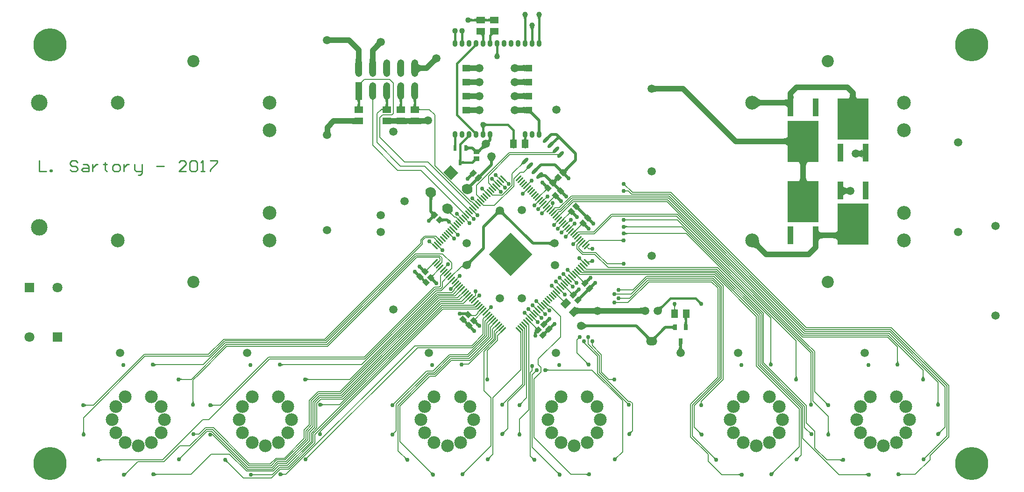
<source format=gtl>
G04*
G04 #@! TF.GenerationSoftware,Altium Limited,Altium Designer,18.0.9 (584)*
G04*
G04 Layer_Physical_Order=1*
G04 Layer_Color=255*
%FSLAX25Y25*%
%MOIN*%
G70*
G01*
G75*
%ADD12C,0.01000*%
%ADD13C,0.00787*%
G04:AMPARAMS|DCode=48|XSize=70.87mil|YSize=78.74mil|CornerRadius=0mil|HoleSize=0mil|Usage=FLASHONLY|Rotation=225.000|XOffset=0mil|YOffset=0mil|HoleType=Round|Shape=Rectangle|*
%AMROTATEDRECTD48*
4,1,4,-0.00278,0.05289,0.05289,-0.00278,0.00278,-0.05289,-0.05289,0.00278,-0.00278,0.05289,0.0*
%
%ADD48ROTATEDRECTD48*%

G04:AMPARAMS|DCode=49|XSize=70.87mil|YSize=78.74mil|CornerRadius=0mil|HoleSize=0mil|Usage=FLASHONLY|Rotation=225.000|XOffset=0mil|YOffset=0mil|HoleType=Round|Shape=Round|*
%AMOVALD49*
21,1,0.00787,0.07087,0.00000,0.00000,315.0*
1,1,0.07087,-0.00278,0.00278*
1,1,0.07087,0.00278,-0.00278*
%
%ADD49OVALD49*%

%ADD50R,0.02362X0.04331*%
%ADD51R,0.05000X0.05000*%
%ADD52O,0.03543X0.04724*%
G04:AMPARAMS|DCode=53|XSize=23.62mil|YSize=59.06mil|CornerRadius=0mil|HoleSize=0mil|Usage=FLASHONLY|Rotation=135.000|XOffset=0mil|YOffset=0mil|HoleType=Round|Shape=Round|*
%AMOVALD53*
21,1,0.03543,0.02362,0.00000,0.00000,225.0*
1,1,0.02362,0.01253,0.01253*
1,1,0.02362,-0.01253,-0.01253*
%
%ADD53OVALD53*%

G04:AMPARAMS|DCode=54|XSize=11.81mil|YSize=59.06mil|CornerRadius=0mil|HoleSize=0mil|Usage=FLASHONLY|Rotation=45.000|XOffset=0mil|YOffset=0mil|HoleType=Round|Shape=Round|*
%AMOVALD54*
21,1,0.04724,0.01181,0.00000,0.00000,135.0*
1,1,0.01181,0.01670,-0.01670*
1,1,0.01181,-0.01670,0.01670*
%
%ADD54OVALD54*%

G04:AMPARAMS|DCode=55|XSize=11.81mil|YSize=59.06mil|CornerRadius=0mil|HoleSize=0mil|Usage=FLASHONLY|Rotation=315.000|XOffset=0mil|YOffset=0mil|HoleType=Round|Shape=Round|*
%AMOVALD55*
21,1,0.04724,0.01181,0.00000,0.00000,45.0*
1,1,0.01181,-0.01670,-0.01670*
1,1,0.01181,0.01670,0.01670*
%
%ADD55OVALD55*%

%ADD56C,0.03937*%
%ADD57O,0.05000X0.12500*%
%ADD58R,0.05000X0.12500*%
%ADD59R,0.04724X0.05906*%
%ADD60R,0.05906X0.04724*%
G04:AMPARAMS|DCode=61|XSize=59.06mil|YSize=47.24mil|CornerRadius=0mil|HoleSize=0mil|Usage=FLASHONLY|Rotation=45.000|XOffset=0mil|YOffset=0mil|HoleType=Round|Shape=Rectangle|*
%AMROTATEDRECTD61*
4,1,4,-0.00418,-0.03758,-0.03758,-0.00418,0.00418,0.03758,0.03758,0.00418,-0.00418,-0.03758,0.0*
%
%ADD61ROTATEDRECTD61*%

%ADD62O,0.07874X0.05906*%
%ADD63C,0.05906*%
%ADD64R,0.02559X0.04331*%
%ADD65R,0.22047X0.29528*%
%ADD66R,0.04134X0.12992*%
G04:AMPARAMS|DCode=67|XSize=39.37mil|YSize=37.4mil|CornerRadius=0mil|HoleSize=0mil|Usage=FLASHONLY|Rotation=45.000|XOffset=0mil|YOffset=0mil|HoleType=Round|Shape=Rectangle|*
%AMROTATEDRECTD67*
4,1,4,-0.00070,-0.02714,-0.02714,-0.00070,0.00070,0.02714,0.02714,0.00070,-0.00070,-0.02714,0.0*
%
%ADD67ROTATEDRECTD67*%

G04:AMPARAMS|DCode=68|XSize=39.37mil|YSize=37.4mil|CornerRadius=0mil|HoleSize=0mil|Usage=FLASHONLY|Rotation=315.000|XOffset=0mil|YOffset=0mil|HoleType=Round|Shape=Rectangle|*
%AMROTATEDRECTD68*
4,1,4,-0.02714,0.00070,-0.00070,0.02714,0.02714,-0.00070,0.00070,-0.02714,-0.02714,0.00070,0.0*
%
%ADD68ROTATEDRECTD68*%

%ADD69R,0.03937X0.03740*%
%ADD70C,0.01968*%
%ADD71C,0.03937*%
%ADD72C,0.01575*%
%ADD73C,0.00500*%
%ADD74P,0.30901X4X360.0*%
%ADD75C,0.08661*%
%ADD76C,0.09843*%
%ADD77C,0.09095*%
%ADD78C,0.07087*%
%ADD79R,0.07087X0.07087*%
%ADD80C,0.11811*%
%ADD81C,0.23622*%
%ADD82C,0.03000*%
%ADD83C,0.04000*%
G36*
X378108Y347241D02*
X377958Y347031D01*
X377825Y346819D01*
X377707Y346606D01*
X377605Y346390D01*
X377519Y346171D01*
X377448Y345951D01*
X377393Y345728D01*
X377354Y345503D01*
X377331Y345276D01*
X377323Y345046D01*
X375748Y345046D01*
X375740Y345276D01*
X375717Y345503D01*
X375677Y345728D01*
X375622Y345951D01*
X375552Y346171D01*
X375465Y346390D01*
X375363Y346606D01*
X375246Y346819D01*
X375112Y347031D01*
X374963Y347241D01*
X378108Y347241D01*
D02*
G37*
G36*
X368108D02*
X367958Y347031D01*
X367825Y346819D01*
X367707Y346606D01*
X367605Y346390D01*
X367519Y346171D01*
X367448Y345951D01*
X367393Y345728D01*
X367354Y345503D01*
X367331Y345276D01*
X367323Y345046D01*
X365748Y345046D01*
X365740Y345276D01*
X365717Y345503D01*
X365677Y345728D01*
X365622Y345951D01*
X365552Y346171D01*
X365465Y346390D01*
X365364Y346606D01*
X365246Y346819D01*
X365112Y347031D01*
X364963Y347241D01*
X368108Y347241D01*
D02*
G37*
G36*
X327241Y345772D02*
X327374Y345668D01*
X327514Y345576D01*
X327663Y345496D01*
X327820Y345429D01*
X327985Y345374D01*
X328158Y345331D01*
X328340Y345300D01*
X328530Y345282D01*
X328728Y345276D01*
Y343701D01*
X328530Y343695D01*
X328340Y343676D01*
X328158Y343646D01*
X327985Y343603D01*
X327820Y343548D01*
X327663Y343480D01*
X327514Y343401D01*
X327374Y343309D01*
X327241Y343205D01*
X327117Y343088D01*
Y345888D01*
X327241Y345772D01*
D02*
G37*
G36*
X331796Y342913D02*
X331780Y343063D01*
X331732Y343197D01*
X331653Y343315D01*
X331542Y343417D01*
X331399Y343504D01*
X331224Y343575D01*
X331018Y343630D01*
X330780Y343669D01*
X330510Y343693D01*
X330209Y343701D01*
Y345276D01*
X330510Y345284D01*
X330780Y345307D01*
X331018Y345346D01*
X331224Y345402D01*
X331399Y345473D01*
X331542Y345559D01*
X331653Y345661D01*
X331732Y345780D01*
X331780Y345913D01*
X331796Y346063D01*
Y342913D01*
D02*
G37*
G36*
X341559Y342913D02*
X341544Y343063D01*
X341496Y343197D01*
X341417Y343315D01*
X341305Y343417D01*
X341163Y343504D01*
X340988Y343575D01*
X340782Y343630D01*
X340544Y343669D01*
X340274Y343693D01*
X339973Y343701D01*
Y345276D01*
X340274Y345283D01*
X340544Y345307D01*
X340782Y345346D01*
X340988Y345402D01*
X341163Y345472D01*
X341305Y345559D01*
X341417Y345661D01*
X341496Y345779D01*
X341544Y345913D01*
X341559Y346063D01*
Y342913D01*
D02*
G37*
G36*
X337669Y345913D02*
X337717Y345779D01*
X337796Y345661D01*
X337907Y345559D01*
X338050Y345472D01*
X338224Y345402D01*
X338431Y345346D01*
X338669Y345307D01*
X338938Y345283D01*
X339240Y345276D01*
Y343701D01*
X338938Y343693D01*
X338669Y343669D01*
X338431Y343630D01*
X338224Y343575D01*
X338050Y343504D01*
X337907Y343417D01*
X337796Y343315D01*
X337717Y343197D01*
X337669Y343063D01*
X337653Y342913D01*
Y346063D01*
X337669Y345913D01*
D02*
G37*
G36*
X373108Y339367D02*
X372958Y339157D01*
X372825Y338946D01*
X372707Y338732D01*
X372605Y338515D01*
X372519Y338297D01*
X372448Y338077D01*
X372393Y337854D01*
X372354Y337629D01*
X372331Y337402D01*
X372323Y337172D01*
X370748Y337172D01*
X370740Y337402D01*
X370717Y337629D01*
X370677Y337854D01*
X370622Y338077D01*
X370552Y338297D01*
X370465Y338516D01*
X370363Y338732D01*
X370246Y338946D01*
X370112Y339157D01*
X369963Y339367D01*
X373108Y339367D01*
D02*
G37*
G36*
X316584Y336810D02*
X315750Y335975D01*
X315744Y336072D01*
X315745Y336417D01*
X315751Y336435D01*
X315759Y336442D01*
X315768Y336437D01*
X316122Y336791D01*
X316117Y336800D01*
X316124Y336808D01*
X316142Y336814D01*
X316172Y336818D01*
X316212Y336821D01*
X316327Y336821D01*
X316584Y336810D01*
D02*
G37*
G36*
X343343Y333882D02*
X343321Y333875D01*
X343276Y333844D01*
X343210Y333789D01*
X342881Y333487D01*
X342138Y332757D01*
X340979Y333824D01*
X341100Y333946D01*
X341564Y334475D01*
X341559Y334485D01*
X343343Y333882D01*
D02*
G37*
G36*
X337665Y333870D02*
X337600Y333855D01*
X337542Y333807D01*
X337491Y333729D01*
X337446Y333618D01*
X337408Y333477D01*
X337378Y333303D01*
X337354Y333099D01*
X337326Y332595D01*
X337323Y332295D01*
X335748D01*
X335740Y332596D01*
X335717Y332866D01*
X335677Y333103D01*
X335622Y333309D01*
X335551Y333484D01*
X335465Y333627D01*
X335362Y333738D01*
X335244Y333818D01*
X335110Y333866D01*
X334961Y333882D01*
X337665Y333870D01*
D02*
G37*
G36*
X227440Y332166D02*
X227509Y332150D01*
X227612Y332135D01*
X227918Y332111D01*
X228931Y332088D01*
X229268Y332087D01*
Y328150D01*
X227404Y328051D01*
Y332185D01*
X227440Y332166D01*
D02*
G37*
G36*
X263553Y325788D02*
X263514Y325775D01*
X263454Y325738D01*
X263370Y325676D01*
X263137Y325476D01*
X262404Y324777D01*
X262166Y324539D01*
X259382Y327323D01*
X260630Y328711D01*
X263553Y325788D01*
D02*
G37*
G36*
X347329Y321384D02*
X347347Y321194D01*
X347378Y321013D01*
X347421Y320840D01*
X347476Y320674D01*
X347543Y320517D01*
X347623Y320369D01*
X347715Y320228D01*
X347819Y320096D01*
X347935Y319972D01*
X345135D01*
X345252Y320096D01*
X345356Y320228D01*
X345448Y320369D01*
X345527Y320517D01*
X345595Y320674D01*
X345650Y320840D01*
X345693Y321013D01*
X345724Y321194D01*
X345742Y321384D01*
X345748Y321582D01*
X347323D01*
X347329Y321384D01*
D02*
G37*
G36*
X259688Y318509D02*
X259903Y315130D01*
X259962Y314906D01*
X260026Y314746D01*
X255407D01*
X255472Y314906D01*
X255530Y315130D01*
X255581Y315420D01*
X255663Y316191D01*
X255717Y317221D01*
X255748Y319250D01*
X259685D01*
X259688Y318509D01*
D02*
G37*
G36*
X249689D02*
X249903Y315130D01*
X249961Y314906D01*
X250026Y314746D01*
X245407D01*
X245472Y314906D01*
X245530Y315130D01*
X245581Y315420D01*
X245663Y316191D01*
X245717Y317221D01*
X245748Y319250D01*
X249685D01*
X249689Y318509D01*
D02*
G37*
G36*
X303120Y313977D02*
X303081Y313964D01*
X303021Y313927D01*
X302937Y313865D01*
X302704Y313665D01*
X301971Y312966D01*
X301732Y312728D01*
X298949Y315512D01*
X300197Y316900D01*
X303120Y313977D01*
D02*
G37*
G36*
X366547Y307591D02*
X366508Y307689D01*
X366390Y307778D01*
X366193Y307856D01*
X365917Y307923D01*
X365563Y307980D01*
X364618Y308064D01*
X363358Y308105D01*
X363153Y308106D01*
X361361Y308012D01*
Y312146D01*
X361397Y312127D01*
X361466Y312110D01*
X361569Y312095D01*
X361875Y312072D01*
X362857Y312049D01*
X363358Y312052D01*
X365917Y312234D01*
X366193Y312302D01*
X366390Y312380D01*
X366508Y312468D01*
X366547Y312567D01*
Y307591D01*
D02*
G37*
G36*
X326563Y312468D02*
X326681Y312380D01*
X326878Y312302D01*
X327153Y312234D01*
X327508Y312177D01*
X328453Y312094D01*
X329712Y312052D01*
X329953Y312051D01*
X331750Y312146D01*
Y308012D01*
X331714Y308031D01*
X331644Y308047D01*
X331541Y308062D01*
X331235Y308086D01*
X330244Y308109D01*
X329712Y308105D01*
X327153Y307923D01*
X326878Y307856D01*
X326681Y307778D01*
X326563Y307689D01*
X326523Y307591D01*
Y312567D01*
X326563Y312468D01*
D02*
G37*
G36*
X290226Y313601D02*
X290345Y313267D01*
X290543Y312972D01*
X290821Y312716D01*
X291178Y312500D01*
X291615Y312323D01*
X292130Y312185D01*
X292725Y312087D01*
X293400Y312028D01*
X294154Y312008D01*
Y308071D01*
X293400Y308051D01*
X292725Y307992D01*
X292130Y307894D01*
X291615Y307756D01*
X291178Y307579D01*
X290821Y307363D01*
X290543Y307107D01*
X290345Y306812D01*
X290226Y306477D01*
X290186Y306103D01*
Y313975D01*
X290226Y313601D01*
D02*
G37*
G36*
X366547Y297591D02*
X366508Y297689D01*
X366390Y297778D01*
X366193Y297856D01*
X365917Y297923D01*
X365563Y297980D01*
X364618Y298063D01*
X363358Y298105D01*
X363153Y298107D01*
X361361Y298012D01*
Y302146D01*
X361397Y302127D01*
X361466Y302110D01*
X361569Y302096D01*
X361875Y302072D01*
X362857Y302049D01*
X363358Y302052D01*
X365917Y302234D01*
X366193Y302302D01*
X366390Y302380D01*
X366508Y302468D01*
X366547Y302567D01*
Y297591D01*
D02*
G37*
G36*
X250761Y300401D02*
X250588Y300222D01*
X250318Y299909D01*
X250222Y299775D01*
X250152Y299656D01*
X250108Y299552D01*
X250091Y299464D01*
X250098Y299390D01*
X250132Y299331D01*
X250192Y299288D01*
X248717Y300015D01*
X248794Y299989D01*
X248878Y299980D01*
X248970Y299991D01*
X249070Y300020D01*
X249178Y300068D01*
X249293Y300134D01*
X249416Y300219D01*
X249546Y300322D01*
X249685Y300444D01*
X249831Y300584D01*
X250761Y300401D01*
D02*
G37*
G36*
X326563Y302468D02*
X326681Y302380D01*
X326878Y302302D01*
X327153Y302234D01*
X327508Y302177D01*
X328453Y302094D01*
X329712Y302052D01*
X329953Y302051D01*
X331750Y302146D01*
Y298012D01*
X331714Y298030D01*
X331644Y298047D01*
X331541Y298062D01*
X331235Y298086D01*
X330244Y298109D01*
X329712Y298105D01*
X327153Y297923D01*
X326878Y297856D01*
X326681Y297778D01*
X326563Y297689D01*
X326523Y297591D01*
Y302567D01*
X326563Y302468D01*
D02*
G37*
G36*
X248112Y295753D02*
X248190Y294568D01*
X248215Y294466D01*
X248243Y294392D01*
X248274Y294346D01*
X247160D01*
X247190Y294392D01*
X247218Y294466D01*
X247243Y294568D01*
X247264Y294696D01*
X247297Y295037D01*
X247321Y295753D01*
X247323Y296046D01*
X248110D01*
X248112Y295753D01*
D02*
G37*
G36*
X458838Y297324D02*
X458907Y297307D01*
X459010Y297292D01*
X459316Y297269D01*
X460329Y297245D01*
X460665Y297244D01*
Y293307D01*
X458802Y293209D01*
Y297342D01*
X458838Y297324D01*
D02*
G37*
G36*
X366547Y287591D02*
X366508Y287689D01*
X366390Y287778D01*
X366193Y287856D01*
X365917Y287923D01*
X365563Y287980D01*
X364618Y288064D01*
X363358Y288105D01*
X363153Y288106D01*
X361361Y288012D01*
Y292146D01*
X361397Y292127D01*
X361466Y292110D01*
X361569Y292095D01*
X361875Y292072D01*
X362857Y292049D01*
X363358Y292053D01*
X365917Y292234D01*
X366193Y292302D01*
X366390Y292380D01*
X366508Y292468D01*
X366547Y292567D01*
Y287591D01*
D02*
G37*
G36*
X602382Y291563D02*
X602441Y290894D01*
X602539Y290303D01*
X602677Y289791D01*
X602854Y289358D01*
X603071Y289004D01*
X603327Y288728D01*
X603622Y288531D01*
X603957Y288413D01*
X604331Y288374D01*
X596457D01*
X596831Y288413D01*
X597165Y288531D01*
X597461Y288728D01*
X597717Y289004D01*
X597933Y289358D01*
X598110Y289791D01*
X598248Y290303D01*
X598347Y290894D01*
X598406Y291563D01*
X598425Y292311D01*
X602362D01*
X602382Y291563D01*
D02*
G37*
G36*
X558039Y288374D02*
X553929D01*
X553946Y288412D01*
X553960Y288527D01*
X553973Y288719D01*
X554015Y291477D01*
X554016Y292205D01*
X557953D01*
X558039Y288374D01*
D02*
G37*
G36*
X326563Y292468D02*
X326681Y292380D01*
X326878Y292302D01*
X327153Y292234D01*
X327508Y292177D01*
X328453Y292094D01*
X329712Y292053D01*
X329953Y292051D01*
X331750Y292146D01*
Y288012D01*
X331714Y288031D01*
X331644Y288047D01*
X331541Y288062D01*
X331235Y288086D01*
X330244Y288109D01*
X329712Y288105D01*
X327153Y287923D01*
X326878Y287856D01*
X326681Y287778D01*
X326563Y287689D01*
X326523Y287591D01*
Y292567D01*
X326563Y292468D01*
D02*
G37*
G36*
X258584Y287724D02*
X258518Y287693D01*
X258459Y287645D01*
X258408Y287579D01*
X258365Y287496D01*
X258330Y287396D01*
X258303Y287278D01*
X258283Y287142D01*
X258272Y286989D01*
X258268Y286819D01*
X257480Y286775D01*
X257476Y286944D01*
X257465Y287095D01*
X257445Y287227D01*
X257418Y287341D01*
X257383Y287437D01*
X257340Y287515D01*
X257289Y287574D01*
X257231Y287615D01*
X257164Y287638D01*
X257090Y287642D01*
X258658Y287737D01*
X258584Y287724D01*
D02*
G37*
G36*
X289136Y288102D02*
X289003Y288042D01*
X288886Y287941D01*
X288785Y287799D01*
X288699Y287618D01*
X288629Y287396D01*
X288574Y287133D01*
X288535Y286830D01*
X288512Y286487D01*
X288504Y286104D01*
X286929D01*
X286921Y286487D01*
X286859Y287133D01*
X286804Y287396D01*
X286734Y287618D01*
X286648Y287799D01*
X286547Y287941D01*
X286430Y288042D01*
X286297Y288102D01*
X286149Y288123D01*
X289284D01*
X289136Y288102D01*
D02*
G37*
G36*
X279136D02*
X279003Y288042D01*
X278886Y287941D01*
X278785Y287799D01*
X278699Y287618D01*
X278629Y287396D01*
X278574Y287133D01*
X278535Y286830D01*
X278512Y286487D01*
X278504Y286104D01*
X276929D01*
X276921Y286487D01*
X276859Y287133D01*
X276804Y287396D01*
X276734Y287618D01*
X276648Y287799D01*
X276547Y287941D01*
X276430Y288042D01*
X276297Y288102D01*
X276149Y288123D01*
X279284D01*
X279136Y288102D01*
D02*
G37*
G36*
X269136D02*
X269003Y288042D01*
X268886Y287941D01*
X268785Y287799D01*
X268699Y287618D01*
X268629Y287396D01*
X268574Y287133D01*
X268535Y286830D01*
X268512Y286487D01*
X268504Y286104D01*
X266929D01*
X266921Y286487D01*
X266859Y287133D01*
X266804Y287396D01*
X266734Y287618D01*
X266648Y287799D01*
X266547Y287941D01*
X266430Y288042D01*
X266298Y288102D01*
X266149Y288123D01*
X269284D01*
X269136Y288102D01*
D02*
G37*
G36*
X249142Y287547D02*
X249008Y287500D01*
X248890Y287421D01*
X248787Y287310D01*
X248701Y287167D01*
X248630Y286992D01*
X248575Y286786D01*
X248535Y286548D01*
X248512Y286278D01*
X248504Y285977D01*
X246929D01*
X246921Y286278D01*
X246898Y286548D01*
X246858Y286786D01*
X246803Y286992D01*
X246732Y287167D01*
X246646Y287310D01*
X246543Y287421D01*
X246425Y287500D01*
X246291Y287547D01*
X246142Y287563D01*
X249291D01*
X249142Y287547D01*
D02*
G37*
G36*
X248512Y284138D02*
X248535Y283870D01*
X248575Y283634D01*
X248630Y283429D01*
X248701Y283256D01*
X248787Y283114D01*
X248890Y283004D01*
X249008Y282925D01*
X249142Y282878D01*
X249291Y282862D01*
X246142D01*
X246291Y282878D01*
X246425Y282925D01*
X246543Y283004D01*
X246646Y283114D01*
X246732Y283256D01*
X246803Y283429D01*
X246858Y283634D01*
X246898Y283870D01*
X246921Y284138D01*
X246929Y284437D01*
X248504D01*
X248512Y284138D01*
D02*
G37*
G36*
X288512Y284135D02*
X288535Y283866D01*
X288575Y283628D01*
X288630Y283421D01*
X288701Y283247D01*
X288787Y283104D01*
X288890Y282993D01*
X289008Y282913D01*
X289142Y282866D01*
X289291Y282850D01*
X286142D01*
X286291Y282866D01*
X286425Y282913D01*
X286543Y282993D01*
X286646Y283104D01*
X286732Y283247D01*
X286803Y283421D01*
X286858Y283628D01*
X286898Y283866D01*
X286921Y284135D01*
X286929Y284437D01*
X288504D01*
X288512Y284135D01*
D02*
G37*
G36*
X278512D02*
X278536Y283866D01*
X278575Y283628D01*
X278630Y283421D01*
X278701Y283247D01*
X278787Y283104D01*
X278890Y282993D01*
X279008Y282913D01*
X279142Y282866D01*
X279291Y282850D01*
X276142D01*
X276291Y282866D01*
X276425Y282913D01*
X276543Y282993D01*
X276646Y283104D01*
X276732Y283247D01*
X276803Y283421D01*
X276858Y283628D01*
X276898Y283866D01*
X276921Y284135D01*
X276929Y284437D01*
X278504D01*
X278512Y284135D01*
D02*
G37*
G36*
X268512D02*
X268535Y283866D01*
X268575Y283628D01*
X268630Y283421D01*
X268701Y283247D01*
X268787Y283104D01*
X268890Y282993D01*
X269008Y282913D01*
X269142Y282866D01*
X269291Y282850D01*
X266142D01*
X266291Y282866D01*
X266425Y282913D01*
X266543Y282993D01*
X266646Y283104D01*
X266732Y283247D01*
X266803Y283421D01*
X266858Y283628D01*
X266898Y283866D01*
X266921Y284135D01*
X266929Y284437D01*
X268504D01*
X268512Y284135D01*
D02*
G37*
G36*
X366547Y277591D02*
X366508Y277689D01*
X366390Y277778D01*
X366193Y277856D01*
X365917Y277923D01*
X365563Y277980D01*
X364618Y278064D01*
X363358Y278105D01*
X363153Y278106D01*
X361361Y278012D01*
Y282146D01*
X361397Y282127D01*
X361466Y282110D01*
X361569Y282096D01*
X361875Y282072D01*
X362857Y282049D01*
X363358Y282052D01*
X365917Y282234D01*
X366193Y282302D01*
X366390Y282380D01*
X366508Y282468D01*
X366547Y282567D01*
Y277591D01*
D02*
G37*
G36*
X532358Y288597D02*
X532679Y288346D01*
X533021Y288125D01*
X533384Y287933D01*
X533769Y287771D01*
X534174Y287638D01*
X534600Y287534D01*
X535048Y287460D01*
X535517Y287416D01*
X536006Y287402D01*
X536006Y283465D01*
X535517Y283450D01*
X535048Y283405D01*
X534600Y283332D01*
X534174Y283228D01*
X533769Y283095D01*
X533384Y282933D01*
X533021Y282741D01*
X532679Y282520D01*
X532358Y282269D01*
X532058Y281988D01*
X532058Y288878D01*
X532358Y288597D01*
D02*
G37*
G36*
X553941Y281496D02*
X553901Y281870D01*
X553782Y282205D01*
X553584Y282500D01*
X553308Y282756D01*
X552952Y282972D01*
X552518Y283150D01*
X552005Y283287D01*
X551413Y283386D01*
X550742Y283445D01*
X549992Y283465D01*
Y287402D01*
X550740Y287411D01*
X552512Y287557D01*
X552945Y287645D01*
X553299Y287752D01*
X553575Y287878D01*
X553772Y288024D01*
X553890Y288189D01*
X553929Y288374D01*
X553941Y281496D01*
D02*
G37*
G36*
X288319Y281038D02*
X288393Y281010D01*
X288495Y280986D01*
X288624Y280964D01*
X288964Y280932D01*
X289680Y280907D01*
X289973Y280906D01*
Y280118D01*
X289680Y280116D01*
X288495Y280038D01*
X288393Y280013D01*
X288319Y279986D01*
X288273Y279955D01*
Y281069D01*
X288319Y281038D01*
D02*
G37*
G36*
X267160Y279955D02*
X267114Y279986D01*
X267040Y280013D01*
X266938Y280038D01*
X266810Y280059D01*
X266470Y280092D01*
X265754Y280116D01*
X265460Y280118D01*
Y280906D01*
X265754Y280907D01*
X266938Y280986D01*
X267040Y281010D01*
X267114Y281038D01*
X267160Y281069D01*
Y279955D01*
D02*
G37*
G36*
X371412Y280222D02*
X371356Y280041D01*
Y279832D01*
X371412Y279595D01*
X371523Y279331D01*
X371691Y279038D01*
X371913Y278718D01*
X372069Y278523D01*
X373205Y277307D01*
X373721Y276785D01*
X372329Y275394D01*
X371807Y275910D01*
X370087Y277416D01*
X370076Y277424D01*
X369783Y277591D01*
X369519Y277702D01*
X369282Y277758D01*
X369074D01*
X368893Y277702D01*
X368740Y277591D01*
X369213Y278064D01*
X369171Y278083D01*
X369034Y278110D01*
X371004Y280080D01*
X371031Y279943D01*
X371050Y279901D01*
X371523Y280375D01*
X371412Y280222D01*
D02*
G37*
G36*
X290653Y281224D02*
X290677Y281157D01*
X290717Y281098D01*
X290773Y281047D01*
X290845Y281004D01*
X290933Y280968D01*
X291037Y280941D01*
X291157Y280921D01*
X291293Y280909D01*
X291445Y280906D01*
Y280118D01*
X291293Y280114D01*
X291157Y280102D01*
X291037Y280083D01*
X290933Y280055D01*
X290845Y280020D01*
X290773Y279976D01*
X290717Y279925D01*
X290677Y279866D01*
X290653Y279799D01*
X290645Y279724D01*
Y281299D01*
X290653Y281224D01*
D02*
G37*
G36*
X264788Y279724D02*
X264780Y279799D01*
X264756Y279866D01*
X264716Y279925D01*
X264660Y279976D01*
X264588Y280020D01*
X264500Y280055D01*
X264396Y280083D01*
X264276Y280102D01*
X264140Y280114D01*
X263988Y280118D01*
Y280906D01*
X264140Y280909D01*
X264276Y280921D01*
X264396Y280941D01*
X264500Y280968D01*
X264588Y281004D01*
X264660Y281047D01*
X264716Y281098D01*
X264756Y281157D01*
X264780Y281224D01*
X264788Y281299D01*
Y279724D01*
D02*
G37*
G36*
X326563Y282468D02*
X326681Y282380D01*
X326878Y282302D01*
X327153Y282234D01*
X327508Y282177D01*
X328453Y282094D01*
X329712Y282052D01*
X329953Y282051D01*
X331750Y282146D01*
Y278012D01*
X331714Y278030D01*
X331644Y278047D01*
X331541Y278062D01*
X331235Y278086D01*
X330244Y278109D01*
X329712Y278105D01*
X327153Y277923D01*
X326878Y277856D01*
X326681Y277778D01*
X326563Y277689D01*
X326523Y277591D01*
Y282567D01*
X326563Y282468D01*
D02*
G37*
G36*
X284776Y269894D02*
X284736Y269966D01*
X284618Y270031D01*
X284421Y270089D01*
X284146Y270138D01*
X283791Y270180D01*
X283110Y270224D01*
X281012Y270089D01*
X280815Y270031D01*
X280697Y269966D01*
X280657Y269894D01*
Y274594D01*
X280697Y274522D01*
X280815Y274457D01*
X281012Y274400D01*
X281287Y274350D01*
X281642Y274308D01*
X282323Y274264D01*
X284421Y274400D01*
X284618Y274457D01*
X284736Y274522D01*
X284776Y274594D01*
Y269894D01*
D02*
G37*
G36*
X290697Y274522D02*
X290815Y274457D01*
X291012Y274400D01*
X291287Y274350D01*
X291641Y274308D01*
X292586Y274247D01*
X293543Y274231D01*
X294647Y274307D01*
X294757Y274336D01*
X294834Y274369D01*
X294879Y274405D01*
X295430Y270308D01*
X294594Y270292D01*
Y270276D01*
X293846Y270272D01*
X291012Y270089D01*
X290815Y270031D01*
X290697Y269966D01*
X290657Y269894D01*
Y274594D01*
X290697Y274522D01*
D02*
G37*
G36*
X244776Y269894D02*
X244736Y269966D01*
X244618Y270031D01*
X244422Y270089D01*
X244146Y270138D01*
X243792Y270180D01*
X242847Y270241D01*
X240839Y270276D01*
Y274213D01*
X241587Y274217D01*
X244422Y274400D01*
X244618Y274457D01*
X244736Y274522D01*
X244776Y274594D01*
Y269894D01*
D02*
G37*
G36*
X338088Y270969D02*
X338220Y270865D01*
X338361Y270773D01*
X338510Y270693D01*
X338667Y270626D01*
X338832Y270570D01*
X339005Y270528D01*
X339186Y270497D01*
X339376Y270479D01*
X339574Y270472D01*
Y268898D01*
X339376Y268892D01*
X339186Y268873D01*
X339005Y268843D01*
X338832Y268800D01*
X338667Y268744D01*
X338510Y268677D01*
X338361Y268598D01*
X338220Y268506D01*
X338088Y268401D01*
X337964Y268285D01*
Y271085D01*
X338088Y270969D01*
D02*
G37*
G36*
X337819Y268133D02*
X337715Y268000D01*
X337623Y267860D01*
X337543Y267711D01*
X337476Y267554D01*
X337421Y267389D01*
X337378Y267216D01*
X337347Y267034D01*
X337329Y266844D01*
X337323Y266647D01*
X335748D01*
X335742Y266844D01*
X335723Y267034D01*
X335693Y267216D01*
X335650Y267389D01*
X335595Y267554D01*
X335527Y267711D01*
X335448Y267860D01*
X335356Y268000D01*
X335252Y268133D01*
X335135Y268257D01*
X337935D01*
X337819Y268133D01*
D02*
G37*
G36*
X227362Y266282D02*
X227431Y264440D01*
X223300Y264578D01*
X223324Y264617D01*
X223345Y264690D01*
X223364Y264795D01*
X223380Y264934D01*
X223414Y265548D01*
X223425Y266458D01*
X227362Y266282D01*
D02*
G37*
G36*
X385187Y261307D02*
X384926Y261044D01*
X383779Y259759D01*
X383712Y259655D01*
X383669Y259570D01*
X382058Y261181D01*
X382143Y261224D01*
X382247Y261292D01*
X382371Y261383D01*
X382679Y261638D01*
X383289Y262202D01*
X383794Y262699D01*
X385187Y261307D01*
D02*
G37*
G36*
X367331Y260120D02*
X367354Y259850D01*
X367394Y259612D01*
X367449Y259405D01*
X367520Y259231D01*
X367606Y259088D01*
X367709Y258977D01*
X367827Y258898D01*
X367961Y258850D01*
X368110Y258834D01*
X364961D01*
X365110Y258850D01*
X365244Y258898D01*
X365362Y258977D01*
X365464Y259088D01*
X365551Y259231D01*
X365622Y259405D01*
X365677Y259612D01*
X365717Y259850D01*
X365740Y260120D01*
X365748Y260421D01*
X367323D01*
X367331Y260120D01*
D02*
G37*
G36*
X359063D02*
X359087Y259850D01*
X359126Y259612D01*
X359181Y259405D01*
X359252Y259231D01*
X359339Y259088D01*
X359441Y258977D01*
X359559Y258898D01*
X359693Y258850D01*
X359843Y258834D01*
X356693D01*
X356843Y258850D01*
X356977Y258898D01*
X357095Y258977D01*
X357197Y259088D01*
X357283Y259231D01*
X357354Y259405D01*
X357410Y259612D01*
X357449Y259850D01*
X357472Y260120D01*
X357480Y260421D01*
X359055D01*
X359063Y260120D01*
D02*
G37*
G36*
X342231Y258064D02*
X342066Y257895D01*
X341689Y257458D01*
X341602Y257336D01*
X341535Y257225D01*
X341487Y257126D01*
X341459Y257038D01*
X341451Y256962D01*
X341462Y256898D01*
X339673Y258686D01*
X339738Y258676D01*
X339814Y258684D01*
X339901Y258712D01*
X340000Y258760D01*
X340111Y258827D01*
X340233Y258913D01*
X340368Y259020D01*
X340670Y259291D01*
X340839Y259456D01*
X342231Y258064D01*
D02*
G37*
G36*
X388722Y257771D02*
X388461Y257509D01*
X387315Y256224D01*
X387247Y256119D01*
X387204Y256035D01*
X385594Y257646D01*
X385678Y257689D01*
X385783Y257756D01*
X385907Y257847D01*
X386214Y258102D01*
X386824Y258667D01*
X387330Y259163D01*
X388722Y257771D01*
D02*
G37*
G36*
X553961Y253937D02*
X553922Y254311D01*
X553803Y254646D01*
X553606Y254941D01*
X553329Y255197D01*
X552974Y255413D01*
X552539Y255591D01*
X552026Y255728D01*
X551434Y255827D01*
X550762Y255886D01*
X550012Y255906D01*
Y259842D01*
X550762Y259862D01*
X551434Y259921D01*
X552026Y260020D01*
X552539Y260157D01*
X552974Y260335D01*
X553329Y260551D01*
X553606Y260807D01*
X553803Y261102D01*
X553922Y261437D01*
X553961Y261811D01*
Y253937D01*
D02*
G37*
G36*
X338651Y252953D02*
X338354Y252946D01*
X338067Y252919D01*
X337790Y252872D01*
X337525Y252806D01*
X337269Y252719D01*
X337025Y252613D01*
X336792Y252487D01*
X336569Y252341D01*
X336357Y252174D01*
X336156Y251988D01*
X334764Y253380D01*
X334950Y253582D01*
X335116Y253794D01*
X335262Y254016D01*
X335388Y254250D01*
X335495Y254494D01*
X335581Y254749D01*
X335648Y255015D01*
X335695Y255291D01*
X335721Y255578D01*
X335728Y255876D01*
X338651Y252953D01*
D02*
G37*
G36*
X607327Y245079D02*
X607288Y245453D01*
X607169Y245787D01*
X606972Y246083D01*
X606695Y246339D01*
X606340Y246555D01*
X605905Y246732D01*
X605392Y246870D01*
X604810Y246967D01*
X604471Y246949D01*
Y246997D01*
X604128Y247028D01*
X603378Y247047D01*
Y250984D01*
X604128Y251004D01*
X604471Y251034D01*
Y251083D01*
X604507Y251064D01*
X604576Y251047D01*
X604593Y251045D01*
X604800Y251063D01*
X605392Y251162D01*
X605905Y251299D01*
X606340Y251476D01*
X606695Y251693D01*
X606972Y251949D01*
X607169Y252244D01*
X607288Y252579D01*
X607327Y252953D01*
Y245079D01*
D02*
G37*
G36*
X325232Y254774D02*
X325291Y254606D01*
X325391Y254459D01*
X325529Y254331D01*
X325707Y254222D01*
X325925Y254134D01*
X326183Y254065D01*
X326480Y254016D01*
X326816Y253986D01*
X327193Y253976D01*
Y252008D01*
X326816Y251998D01*
X326480Y251969D01*
X326183Y251919D01*
X325925Y251851D01*
X325707Y251762D01*
X325529Y251654D01*
X325391Y251526D01*
X325291Y251378D01*
X325232Y251211D01*
X325212Y251024D01*
Y254961D01*
X325232Y254774D01*
D02*
G37*
G36*
X330101Y253300D02*
X331381Y252177D01*
X331414Y252181D01*
X329827Y250594D01*
X329831Y250627D01*
X329802Y250689D01*
X329742Y250779D01*
X329649Y250896D01*
X329369Y251216D01*
X328423Y252193D01*
X329815Y253585D01*
X330101Y253300D01*
D02*
G37*
G36*
X389687Y247509D02*
X389748Y247584D01*
X389783Y247652D01*
X389793Y247712D01*
X389777Y247764D01*
X389736Y247807D01*
X389670Y247843D01*
X389579Y247871D01*
X389462Y247891D01*
X389320Y247903D01*
X389153Y247907D01*
X389940Y248694D01*
X390102Y248698D01*
X390398Y248729D01*
X390532Y248756D01*
X390655Y248791D01*
X390770Y248833D01*
X390874Y248883D01*
X390969Y248941D01*
X391054Y249006D01*
X391130Y249080D01*
X389687Y247509D01*
D02*
G37*
G36*
X321106Y246185D02*
X321164Y245476D01*
X321198Y245303D01*
X321240Y245161D01*
X321289Y245051D01*
X321347Y244972D01*
X321411Y244925D01*
X321484Y244909D01*
X319146D01*
X319218Y244925D01*
X319283Y244972D01*
X319340Y245051D01*
X319390Y245161D01*
X319432Y245303D01*
X319466Y245476D01*
X319493Y245681D01*
X319524Y246185D01*
X319528Y246484D01*
X321102D01*
X321106Y246185D01*
D02*
G37*
G36*
X331414Y243555D02*
X331354Y243588D01*
X331272Y243588D01*
X331168Y243557D01*
X331042Y243494D01*
X330893Y243398D01*
X330722Y243271D01*
X330313Y242920D01*
X329815Y242442D01*
X328702Y243555D01*
X328957Y243815D01*
X329658Y244633D01*
X329753Y244782D01*
X329817Y244908D01*
X329848Y245012D01*
X329848Y245094D01*
X329815Y245154D01*
X331414Y243555D01*
D02*
G37*
G36*
X344381Y244723D02*
X344197Y244501D01*
X344035Y244273D01*
X343894Y244038D01*
X343775Y243796D01*
X343677Y243548D01*
X343601Y243294D01*
X343547Y243033D01*
X343515Y242766D01*
X343504Y242492D01*
X341535D01*
X341525Y242766D01*
X341492Y243033D01*
X341438Y243294D01*
X341362Y243548D01*
X341265Y243796D01*
X341146Y244038D01*
X341005Y244273D01*
X340843Y244501D01*
X340658Y244723D01*
X340453Y244938D01*
X344587D01*
X344381Y244723D01*
D02*
G37*
G36*
X365053Y241462D02*
X364994Y241507D01*
X364925Y241531D01*
X364848Y241536D01*
X364761Y241520D01*
X364666Y241485D01*
X364561Y241429D01*
X364447Y241354D01*
X364324Y241258D01*
X364192Y241143D01*
X364051Y241007D01*
X363494Y241564D01*
X363630Y241705D01*
X363841Y241960D01*
X363917Y242073D01*
X363972Y242178D01*
X364008Y242274D01*
X364023Y242360D01*
X364019Y242438D01*
X363994Y242506D01*
X363949Y242565D01*
X365053Y241462D01*
D02*
G37*
G36*
X321488Y244181D02*
X321535Y244047D01*
X321615Y243929D01*
X321726Y243827D01*
X321869Y243740D01*
X322043Y243669D01*
X322250Y243614D01*
X322488Y243575D01*
X322757Y243551D01*
X323059Y243543D01*
Y241969D01*
X322757Y241961D01*
X322488Y241937D01*
X322250Y241898D01*
X322043Y241843D01*
X321869Y241772D01*
X321726Y241685D01*
X321615Y241583D01*
X321535Y241465D01*
X321488Y241331D01*
X321472Y241181D01*
Y244331D01*
X321488Y244181D01*
D02*
G37*
G36*
X568524Y243083D02*
X568189Y242965D01*
X567894Y242768D01*
X567638Y242492D01*
X567421Y242138D01*
X567244Y241705D01*
X567106Y241193D01*
X567008Y240603D01*
X566949Y239933D01*
X566929Y239185D01*
X562992D01*
X562972Y239933D01*
X562913Y240603D01*
X562815Y241193D01*
X562677Y241705D01*
X562500Y242138D01*
X562283Y242492D01*
X562028Y242768D01*
X561732Y242965D01*
X561398Y243083D01*
X561024Y243122D01*
X568898D01*
X568524Y243083D01*
D02*
G37*
G36*
X368588Y237926D02*
X368529Y237971D01*
X368461Y237996D01*
X368383Y238000D01*
X368297Y237985D01*
X368201Y237949D01*
X368096Y237894D01*
X367983Y237818D01*
X367860Y237723D01*
X367728Y237607D01*
X367587Y237471D01*
X367030Y238028D01*
X367166Y238169D01*
X367377Y238424D01*
X367452Y238538D01*
X367508Y238643D01*
X367543Y238738D01*
X367559Y238825D01*
X367554Y238902D01*
X367530Y238970D01*
X367485Y239030D01*
X368588Y237926D01*
D02*
G37*
G36*
X397031Y237384D02*
X396774Y237112D01*
X396558Y236855D01*
X396383Y236612D01*
X396251Y236383D01*
X396159Y236168D01*
X396110Y235967D01*
X396102Y235780D01*
X396135Y235607D01*
X396210Y235449D01*
X396327Y235304D01*
X393560Y238071D01*
X393705Y237954D01*
X393863Y237879D01*
X394036Y237846D01*
X394223Y237854D01*
X394424Y237903D01*
X394639Y237995D01*
X394868Y238128D01*
X395111Y238302D01*
X395368Y238518D01*
X395639Y238776D01*
X397031Y237384D01*
D02*
G37*
G36*
X377224Y239203D02*
X376964Y238940D01*
X375817Y237655D01*
X375750Y237551D01*
X375707Y237466D01*
X374096Y239077D01*
X374181Y239120D01*
X374285Y239187D01*
X374409Y239279D01*
X374717Y239534D01*
X375327Y240098D01*
X375833Y240595D01*
X377224Y239203D01*
D02*
G37*
G36*
X396947Y233449D02*
X397493Y232962D01*
X397528Y232943D01*
X397552Y232937D01*
X396066Y231452D01*
X396060Y231476D01*
X396041Y231510D01*
X396010Y231556D01*
X395966Y231612D01*
X395757Y231846D01*
X395434Y232178D01*
X396826Y233569D01*
X396947Y233449D01*
D02*
G37*
G36*
X379323Y234947D02*
X379423Y234801D01*
X379541Y234672D01*
X379679Y234561D01*
X379835Y234467D01*
X380011Y234389D01*
X380205Y234329D01*
X380419Y234286D01*
X380651Y234261D01*
X380903Y234252D01*
X379620Y232283D01*
X379177Y232274D01*
X378389Y232196D01*
X378043Y232127D01*
X377731Y232039D01*
X377451Y231932D01*
X377204Y231805D01*
X376990Y231659D01*
X376808Y231493D01*
X376659Y231308D01*
X379242Y235110D01*
X379323Y234947D01*
D02*
G37*
G36*
X327755Y231945D02*
X327634Y231824D01*
X327147Y231278D01*
X327128Y231243D01*
X327122Y231219D01*
X325637Y232705D01*
X325661Y232711D01*
X325696Y232730D01*
X325741Y232761D01*
X325798Y232805D01*
X326032Y233014D01*
X326363Y233337D01*
X327755Y231945D01*
D02*
G37*
G36*
X388138Y231278D02*
X388223Y231359D01*
X389615Y229967D01*
X389534Y229882D01*
X390219Y229197D01*
X390075Y229313D01*
X389916Y229388D01*
X389743Y229422D01*
X389557Y229414D01*
X389356Y229364D01*
X389141Y229273D01*
X388947Y229160D01*
X388834Y228966D01*
X388743Y228751D01*
X388693Y228551D01*
X388685Y228364D01*
X388718Y228191D01*
X388793Y228033D01*
X388910Y227888D01*
X388225Y228573D01*
X388140Y228492D01*
X386748Y229884D01*
X386829Y229969D01*
X386143Y230655D01*
X386287Y230538D01*
X386446Y230463D01*
X386619Y230430D01*
X386806Y230437D01*
X387007Y230487D01*
X387222Y230578D01*
X387416Y230691D01*
X387529Y230885D01*
X387620Y231100D01*
X387670Y231301D01*
X387678Y231488D01*
X387644Y231660D01*
X387569Y231819D01*
X387453Y231963D01*
X388138Y231278D01*
D02*
G37*
G36*
X566949Y232508D02*
X567008Y231838D01*
X567106Y231248D01*
X567244Y230736D01*
X567421Y230303D01*
X567638Y229949D01*
X567894Y229673D01*
X568189Y229476D01*
X568524Y229358D01*
X568898Y229319D01*
X561024D01*
X561398Y229358D01*
X561732Y229476D01*
X562028Y229673D01*
X562283Y229949D01*
X562500Y230303D01*
X562677Y230736D01*
X562815Y231248D01*
X562913Y231838D01*
X562972Y232508D01*
X562992Y233256D01*
X566929D01*
X566949Y232508D01*
D02*
G37*
G36*
X380302Y228376D02*
X380321Y228341D01*
X380352Y228296D01*
X380397Y228239D01*
X380605Y228005D01*
X380928Y227674D01*
X379536Y226282D01*
X379415Y226403D01*
X378869Y226890D01*
X378834Y226909D01*
X378811Y226915D01*
X380296Y228400D01*
X380302Y228376D01*
D02*
G37*
G36*
X382733Y223494D02*
X382639Y223480D01*
X382526Y223441D01*
X382396Y223374D01*
X382247Y223282D01*
X382081Y223163D01*
X381718Y222864D01*
X381976Y222607D01*
X381917Y222655D01*
X381853Y222685D01*
X381783Y222699D01*
X381708Y222696D01*
X381627Y222677D01*
X381541Y222641D01*
X381449Y222588D01*
X381352Y222518D01*
X381249Y222432D01*
X381217Y222402D01*
X380981Y222170D01*
X380424Y222726D01*
X380656Y222962D01*
X380684Y222992D01*
X380690Y222998D01*
X380773Y223097D01*
X380842Y223195D01*
X380895Y223287D01*
X380931Y223373D01*
X380951Y223454D01*
X380954Y223529D01*
X380940Y223598D01*
X380909Y223662D01*
X380862Y223721D01*
X381108Y223475D01*
X381417Y223826D01*
X381536Y223993D01*
X381629Y224141D01*
X381695Y224271D01*
X381735Y224384D01*
X381748Y224479D01*
X382733Y223494D01*
D02*
G37*
G36*
X593500Y226004D02*
X593618Y225669D01*
X593816Y225374D01*
X594092Y225118D01*
X594448Y224902D01*
X594882Y224724D01*
X595395Y224587D01*
X595977Y224490D01*
X596316Y224508D01*
Y224459D01*
X596659Y224429D01*
X597409Y224410D01*
Y220473D01*
X596659Y220453D01*
X596316Y220423D01*
Y220374D01*
X596280Y220393D01*
X596211Y220409D01*
X596194Y220412D01*
X595988Y220394D01*
X595395Y220295D01*
X594882Y220158D01*
X594448Y219980D01*
X594092Y219764D01*
X593816Y219508D01*
X593618Y219213D01*
X593500Y218878D01*
X593460Y218504D01*
Y226378D01*
X593500Y226004D01*
D02*
G37*
G36*
X395098Y220465D02*
X395644Y219978D01*
X395678Y219959D01*
X395702Y219953D01*
X394217Y218468D01*
X394211Y218492D01*
X394192Y218527D01*
X394160Y218572D01*
X394116Y218628D01*
X393907Y218862D01*
X393584Y219194D01*
X394976Y220585D01*
X395098Y220465D01*
D02*
G37*
G36*
X301294Y217969D02*
X301108Y217963D01*
X300942Y217905D01*
X300795Y217797D01*
X300668Y217638D01*
X300560Y217428D01*
X300472Y217167D01*
X300403Y216855D01*
X300355Y216493D01*
X300325Y216079D01*
X300315Y215615D01*
X298347Y215784D01*
X298337Y216254D01*
X298259Y217051D01*
X298191Y217378D01*
X298103Y217658D01*
X297995Y217890D01*
X297868Y218075D01*
X297722Y218212D01*
X297556Y218302D01*
X297370Y218345D01*
X301294Y217969D01*
D02*
G37*
G36*
X391618Y216985D02*
X392164Y216498D01*
X392199Y216479D01*
X392222Y216473D01*
X390737Y214988D01*
X390731Y215012D01*
X390712Y215047D01*
X390681Y215092D01*
X390636Y215148D01*
X390427Y215383D01*
X390104Y215714D01*
X391497Y217106D01*
X391618Y216985D01*
D02*
G37*
G36*
X399436Y206790D02*
X399342Y206777D01*
X399229Y206737D01*
X399099Y206671D01*
X398951Y206578D01*
X398784Y206459D01*
X398422Y206161D01*
X398679Y205904D01*
X398620Y205951D01*
X398556Y205982D01*
X398487Y205996D01*
X398411Y205993D01*
X398331Y205974D01*
X398244Y205937D01*
X398153Y205884D01*
X398055Y205815D01*
X397952Y205729D01*
X397920Y205698D01*
X397684Y205466D01*
X397128Y206023D01*
X397360Y206259D01*
X397388Y206289D01*
X397393Y206295D01*
X397476Y206394D01*
X397546Y206491D01*
X397599Y206583D01*
X397635Y206669D01*
X397654Y206750D01*
X397657Y206825D01*
X397643Y206895D01*
X397613Y206959D01*
X397565Y207017D01*
X397811Y206771D01*
X398120Y207123D01*
X398240Y207289D01*
X398332Y207437D01*
X398398Y207568D01*
X398438Y207681D01*
X398451Y207775D01*
X399436Y206790D01*
D02*
G37*
G36*
X313802Y206889D02*
X313764Y206833D01*
X313744Y206770D01*
X313743Y206699D01*
X313761Y206620D01*
X313797Y206533D01*
X313853Y206439D01*
X313928Y206337D01*
X314021Y206226D01*
X314133Y206109D01*
X313464Y205664D01*
X313344Y205779D01*
X313230Y205876D01*
X313122Y205957D01*
X313019Y206021D01*
X312922Y206069D01*
X312830Y206100D01*
X312744Y206115D01*
X312664Y206113D01*
X312589Y206094D01*
X312520Y206059D01*
X313860Y206937D01*
X313802Y206889D01*
D02*
G37*
G36*
X300279Y208140D02*
X300518Y207938D01*
X300742Y207773D01*
X300952Y207646D01*
X301148Y207556D01*
X301330Y207505D01*
X301498Y207491D01*
X301651Y207515D01*
X301791Y207577D01*
X301916Y207676D01*
X299340Y205100D01*
X299439Y205225D01*
X299501Y205365D01*
X299525Y205518D01*
X299511Y205686D01*
X299460Y205868D01*
X299370Y206064D01*
X299243Y206274D01*
X299078Y206498D01*
X298876Y206736D01*
X298635Y206989D01*
X300027Y208381D01*
X300279Y208140D01*
D02*
G37*
G36*
X351502Y208217D02*
X351529Y207930D01*
X351575Y207653D01*
X351642Y207388D01*
X351729Y207133D01*
X351835Y206889D01*
X351961Y206655D01*
X352108Y206432D01*
X352274Y206220D01*
X352460Y206019D01*
X351068Y204627D01*
X350866Y204813D01*
X350654Y204979D01*
X350431Y205125D01*
X350198Y205252D01*
X349954Y205358D01*
X349699Y205445D01*
X349433Y205511D01*
X349157Y205558D01*
X348870Y205585D01*
X348572Y205592D01*
X351495Y208515D01*
X351502Y208217D01*
D02*
G37*
G36*
X348513Y205592D02*
X348215Y205585D01*
X347928Y205558D01*
X347652Y205511D01*
X347386Y205445D01*
X347131Y205358D01*
X346887Y205252D01*
X346653Y205125D01*
X346430Y204979D01*
X346218Y204813D01*
X346017Y204627D01*
X344625Y206019D01*
X344811Y206220D01*
X344977Y206432D01*
X345124Y206655D01*
X345250Y206889D01*
X345356Y207133D01*
X345443Y207388D01*
X345509Y207653D01*
X345556Y207930D01*
X345583Y208217D01*
X345590Y208515D01*
X348513Y205592D01*
D02*
G37*
G36*
X300129Y201886D02*
X300009Y201765D01*
X299521Y201219D01*
X299502Y201184D01*
X299496Y201160D01*
X298011Y202646D01*
X298035Y202652D01*
X298070Y202671D01*
X298115Y202702D01*
X298172Y202747D01*
X298406Y202955D01*
X298737Y203278D01*
X300129Y201886D01*
D02*
G37*
G36*
X306235Y203384D02*
X306319Y203217D01*
X306463Y203069D01*
X306667Y202941D01*
X306932Y202833D01*
X307258Y202744D01*
X307644Y202675D01*
X308090Y202626D01*
X309164Y202587D01*
X309025Y200618D01*
X308470Y200608D01*
X307534Y200530D01*
X307152Y200461D01*
X306828Y200372D01*
X306561Y200264D01*
X306353Y200136D01*
X306202Y199988D01*
X306108Y199821D01*
X306072Y199634D01*
X306212Y203571D01*
X306235Y203384D01*
D02*
G37*
G36*
X414585Y200980D02*
X415131Y200493D01*
X415166Y200474D01*
X415190Y200468D01*
X413704Y198983D01*
X413698Y199007D01*
X413679Y199042D01*
X413648Y199087D01*
X413604Y199144D01*
X413395Y199378D01*
X413072Y199709D01*
X414464Y201101D01*
X414585Y200980D01*
D02*
G37*
G36*
X407788Y198439D02*
X407694Y198425D01*
X407581Y198386D01*
X407451Y198319D01*
X407302Y198227D01*
X407136Y198108D01*
X406775Y197810D01*
X407032Y197554D01*
X406973Y197601D01*
X406909Y197632D01*
X406840Y197645D01*
X406765Y197643D01*
X406684Y197623D01*
X406598Y197587D01*
X406506Y197534D01*
X406408Y197465D01*
X406305Y197378D01*
X406274Y197349D01*
X406036Y197115D01*
X405479Y197671D01*
X405714Y197910D01*
X405738Y197936D01*
X405750Y197949D01*
X405829Y198044D01*
X405899Y198141D01*
X405952Y198233D01*
X405988Y198319D01*
X406007Y198400D01*
X406010Y198475D01*
X405996Y198545D01*
X405966Y198609D01*
X405918Y198667D01*
X406164Y198421D01*
X406472Y198771D01*
X406591Y198938D01*
X406684Y199086D01*
X406750Y199216D01*
X406790Y199329D01*
X406803Y199424D01*
X407788Y198439D01*
D02*
G37*
G36*
X438208Y197776D02*
X438336Y197664D01*
X438464Y197566D01*
X438592Y197480D01*
X438720Y197408D01*
X438847Y197349D01*
X438975Y197303D01*
X439102Y197270D01*
X439229Y197251D01*
X439355Y197244D01*
Y196457D01*
X439229Y196450D01*
X439102Y196430D01*
X438975Y196398D01*
X438847Y196352D01*
X438720Y196293D01*
X438592Y196220D01*
X438464Y196135D01*
X438336Y196037D01*
X438208Y195925D01*
X438079Y195800D01*
Y197900D01*
X438208Y197776D01*
D02*
G37*
G36*
X411105Y197498D02*
X411651Y197011D01*
X411686Y196992D01*
X411710Y196986D01*
X410224Y195501D01*
X410218Y195525D01*
X410199Y195560D01*
X410168Y195605D01*
X410124Y195661D01*
X409915Y195895D01*
X409592Y196227D01*
X410984Y197618D01*
X411105Y197498D01*
D02*
G37*
G36*
X438208Y192854D02*
X438336Y192743D01*
X438464Y192644D01*
X438592Y192559D01*
X438720Y192487D01*
X438847Y192428D01*
X438975Y192382D01*
X439102Y192349D01*
X439229Y192329D01*
X439355Y192323D01*
Y191535D01*
X439229Y191529D01*
X439102Y191509D01*
X438975Y191476D01*
X438847Y191430D01*
X438720Y191371D01*
X438592Y191299D01*
X438464Y191214D01*
X438336Y191115D01*
X438208Y191004D01*
X438079Y190879D01*
Y192979D01*
X438208Y192854D01*
D02*
G37*
G36*
X589394Y186614D02*
X589355Y186988D01*
X589236Y187323D01*
X589039Y187618D01*
X588762Y187874D01*
X588407Y188091D01*
X587972Y188268D01*
X587459Y188406D01*
X586867Y188504D01*
X586195Y188563D01*
X585445Y188583D01*
Y192520D01*
X586195Y192539D01*
X586867Y192598D01*
X587459Y192697D01*
X587972Y192835D01*
X588407Y193012D01*
X588762Y193228D01*
X589039Y193484D01*
X589236Y193780D01*
X589355Y194114D01*
X589394Y194488D01*
Y186614D01*
D02*
G37*
G36*
X576019Y194114D02*
X576138Y193780D01*
X576335Y193484D01*
X576612Y193228D01*
X576967Y193012D01*
X577402Y192835D01*
X577915Y192697D01*
X578507Y192598D01*
X579179Y192539D01*
X579929Y192520D01*
Y188583D01*
X579179Y188563D01*
X578507Y188504D01*
X577915Y188406D01*
X577402Y188268D01*
X576967Y188091D01*
X576612Y187874D01*
X576335Y187618D01*
X576138Y187323D01*
X576019Y186988D01*
X575980Y186614D01*
Y194488D01*
X576019Y194114D01*
D02*
G37*
G36*
X435937Y185958D02*
X435808Y186083D01*
X435680Y186194D01*
X435552Y186293D01*
X435424Y186378D01*
X435296Y186450D01*
X435168Y186509D01*
X435041Y186555D01*
X434914Y186588D01*
X434787Y186608D01*
X434660Y186614D01*
Y187402D01*
X434787Y187408D01*
X434914Y187428D01*
X435041Y187461D01*
X435168Y187507D01*
X435296Y187566D01*
X435424Y187638D01*
X435552Y187723D01*
X435680Y187822D01*
X435808Y187933D01*
X435937Y188058D01*
Y185958D01*
D02*
G37*
G36*
X385569Y182855D02*
X385354Y183061D01*
X385132Y183245D01*
X384903Y183407D01*
X384668Y183548D01*
X384427Y183667D01*
X384179Y183765D01*
X383925Y183841D01*
X383664Y183895D01*
X383396Y183927D01*
X383122Y183938D01*
Y185906D01*
X383396Y185917D01*
X383664Y185950D01*
X383925Y186004D01*
X384179Y186080D01*
X384427Y186177D01*
X384668Y186296D01*
X384903Y186437D01*
X385132Y186599D01*
X385354Y186783D01*
X385569Y186989D01*
Y182855D01*
D02*
G37*
G36*
X533478Y186548D02*
X533528Y186144D01*
X533613Y185745D01*
X533734Y185353D01*
X533891Y184966D01*
X534084Y184585D01*
X534312Y184211D01*
X534577Y183842D01*
X534877Y183479D01*
X535212Y183122D01*
X532429Y180339D01*
X532072Y180675D01*
X531709Y180975D01*
X531340Y181239D01*
X530966Y181467D01*
X530585Y181660D01*
X530198Y181817D01*
X529806Y181938D01*
X529407Y182024D01*
X529003Y182073D01*
X528592Y182087D01*
X533464Y186959D01*
X533478Y186548D01*
D02*
G37*
G36*
X413717Y170894D02*
X413535Y170979D01*
X412891Y171231D01*
X412750Y171271D01*
X412494Y171325D01*
X412378Y171339D01*
X412271Y171343D01*
X411974Y172131D01*
X412110Y172138D01*
X412237Y172160D01*
X412358Y172197D01*
X412472Y172249D01*
X412579Y172315D01*
X412679Y172397D01*
X412771Y172493D01*
X412857Y172604D01*
X412935Y172729D01*
X413007Y172870D01*
X413717Y170894D01*
D02*
G37*
G36*
X328838Y171934D02*
X328652Y171732D01*
X328485Y171520D01*
X328339Y171298D01*
X328213Y171064D01*
X328107Y170820D01*
X328020Y170565D01*
X327954Y170299D01*
X327907Y170023D01*
X327880Y169736D01*
X327873Y169438D01*
X324950Y172361D01*
X325248Y172368D01*
X325535Y172395D01*
X325811Y172442D01*
X326077Y172508D01*
X326332Y172595D01*
X326576Y172701D01*
X326810Y172827D01*
X327032Y172974D01*
X327244Y173140D01*
X327446Y173326D01*
X328838Y171934D01*
D02*
G37*
G36*
X325049Y168433D02*
X324927Y168415D01*
X324613Y168348D01*
X324526Y168321D01*
X324448Y168291D01*
X324378Y168260D01*
X324316Y168226D01*
X324264Y168190D01*
X324219Y168151D01*
X323663Y168708D01*
X323701Y168752D01*
X323738Y168804D01*
X323772Y168866D01*
X323803Y168936D01*
X323833Y169014D01*
X323860Y169102D01*
X323907Y169302D01*
X323927Y169415D01*
X323945Y169537D01*
X325049Y168433D01*
D02*
G37*
G36*
X322764Y167391D02*
X322639Y167514D01*
X322505Y167623D01*
X322363Y167720D01*
X322211Y167804D01*
X322051Y167875D01*
X321882Y167932D01*
X321704Y167978D01*
X321517Y168010D01*
X321321Y168029D01*
X321116Y168036D01*
Y168823D01*
X321269Y168831D01*
X321406Y168855D01*
X321529Y168896D01*
X321637Y168953D01*
X321730Y169026D01*
X321809Y169115D01*
X321873Y169220D01*
X321922Y169341D01*
X321956Y169479D01*
X321976Y169633D01*
X322764Y167391D01*
D02*
G37*
G36*
X297216Y166256D02*
X297113Y166147D01*
X297027Y166044D01*
X296957Y165947D01*
X296905Y165855D01*
X296868Y165769D01*
X296849Y165688D01*
X296846Y165613D01*
X296860Y165543D01*
X296891Y165479D01*
X296938Y165420D01*
X295824Y166534D01*
X295883Y166487D01*
X295947Y166456D01*
X296017Y166442D01*
X296092Y166445D01*
X296172Y166464D01*
X296259Y166501D01*
X296351Y166553D01*
X296448Y166623D01*
X296551Y166709D01*
X296660Y166812D01*
X297216Y166256D01*
D02*
G37*
G36*
X292845Y168268D02*
X292863Y168234D01*
X292895Y168188D01*
X292939Y168132D01*
X293148Y167898D01*
X293471Y167566D01*
X292079Y166174D01*
X291958Y166295D01*
X291412Y166782D01*
X291377Y166801D01*
X291354Y166807D01*
X292839Y168292D01*
X292845Y168268D01*
D02*
G37*
G36*
X289365Y164777D02*
X289384Y164742D01*
X289415Y164696D01*
X289459Y164640D01*
X289668Y164406D01*
X289991Y164075D01*
X288600Y162683D01*
X288478Y162803D01*
X287932Y163290D01*
X287898Y163309D01*
X287874Y163315D01*
X289359Y164800D01*
X289365Y164777D01*
D02*
G37*
G36*
X301551Y162227D02*
X301319Y161991D01*
X301291Y161961D01*
X301286Y161956D01*
X301203Y161856D01*
X301133Y161759D01*
X301080Y161667D01*
X301044Y161581D01*
X301025Y161500D01*
X301022Y161425D01*
X301036Y161355D01*
X301066Y161291D01*
X301114Y161233D01*
X300868Y161479D01*
X300558Y161127D01*
X300439Y160961D01*
X300347Y160813D01*
X300280Y160682D01*
X300241Y160570D01*
X300227Y160475D01*
X299242Y161460D01*
X299337Y161473D01*
X299450Y161513D01*
X299580Y161579D01*
X299728Y161672D01*
X299895Y161791D01*
X300257Y162089D01*
X300000Y162346D01*
X300059Y162299D01*
X300123Y162268D01*
X300192Y162254D01*
X300268Y162257D01*
X300348Y162277D01*
X300434Y162313D01*
X300526Y162366D01*
X300624Y162435D01*
X300727Y162522D01*
X300759Y162552D01*
X300994Y162784D01*
X301551Y162227D01*
D02*
G37*
G36*
X413101Y158737D02*
X413077Y158730D01*
X413043Y158712D01*
X412997Y158680D01*
X412941Y158636D01*
X412707Y158427D01*
X412375Y158104D01*
X410984Y159496D01*
X411104Y159618D01*
X411592Y160163D01*
X411611Y160198D01*
X411617Y160222D01*
X413101Y158737D01*
D02*
G37*
G36*
X302561Y158551D02*
X303107Y158063D01*
X303141Y158045D01*
X303165Y158038D01*
X301680Y156554D01*
X301674Y156578D01*
X301655Y156612D01*
X301623Y156658D01*
X301579Y156714D01*
X301370Y156948D01*
X301047Y157280D01*
X302439Y158671D01*
X302561Y158551D01*
D02*
G37*
G36*
X407664Y158376D02*
X407693Y158348D01*
X407700Y158343D01*
X407799Y158259D01*
X407896Y158190D01*
X407988Y158137D01*
X408074Y158101D01*
X408155Y158081D01*
X408230Y158079D01*
X408300Y158092D01*
X408364Y158123D01*
X408422Y158170D01*
X408176Y157924D01*
X408528Y157615D01*
X408694Y157496D01*
X408842Y157403D01*
X408973Y157337D01*
X409085Y157297D01*
X409180Y157284D01*
X408195Y156299D01*
X408182Y156394D01*
X408142Y156506D01*
X408076Y156637D01*
X407983Y156785D01*
X407864Y156951D01*
X407566Y157314D01*
X407309Y157057D01*
X407356Y157115D01*
X407387Y157179D01*
X407401Y157249D01*
X407398Y157324D01*
X407378Y157405D01*
X407342Y157491D01*
X407289Y157583D01*
X407220Y157680D01*
X407133Y157783D01*
X407103Y157815D01*
X406871Y158051D01*
X407428Y158608D01*
X407664Y158376D01*
D02*
G37*
G36*
X416581Y155257D02*
X416557Y155251D01*
X416523Y155232D01*
X416477Y155200D01*
X416421Y155156D01*
X416187Y154947D01*
X415855Y154624D01*
X414464Y156016D01*
X414584Y156138D01*
X415072Y156684D01*
X415091Y156718D01*
X415097Y156742D01*
X416581Y155257D01*
D02*
G37*
G36*
X399312Y150024D02*
X399342Y149996D01*
X399348Y149991D01*
X399447Y149908D01*
X399545Y149838D01*
X399636Y149785D01*
X399723Y149749D01*
X399803Y149730D01*
X399879Y149727D01*
X399948Y149741D01*
X400012Y149771D01*
X400071Y149819D01*
X399824Y149573D01*
X400176Y149263D01*
X400343Y149144D01*
X400491Y149052D01*
X400621Y148985D01*
X400734Y148946D01*
X400828Y148932D01*
X399844Y147947D01*
X399830Y148042D01*
X399791Y148155D01*
X399724Y148285D01*
X399632Y148433D01*
X399512Y148600D01*
X399214Y148962D01*
X398957Y148705D01*
X399004Y148764D01*
X399035Y148828D01*
X399049Y148897D01*
X399046Y148972D01*
X399027Y149053D01*
X398991Y149139D01*
X398938Y149231D01*
X398868Y149329D01*
X398782Y149432D01*
X398751Y149464D01*
X398520Y149699D01*
X399076Y150256D01*
X399312Y150024D01*
D02*
G37*
G36*
X393823Y144380D02*
X393927Y144292D01*
X394026Y144221D01*
X394119Y144167D01*
X394206Y144130D01*
X394288Y144110D01*
X394364Y144106D01*
X394434Y144120D01*
X394498Y144150D01*
X394556Y144197D01*
X393443Y143084D01*
X393490Y143142D01*
X393520Y143207D01*
X393534Y143277D01*
X393531Y143353D01*
X393510Y143434D01*
X393473Y143521D01*
X393419Y143614D01*
X393348Y143713D01*
X393261Y143817D01*
X393156Y143928D01*
X393713Y144484D01*
X393823Y144380D01*
D02*
G37*
G36*
X491261Y143714D02*
X491482Y143523D01*
X491586Y143445D01*
X491685Y143379D01*
X491780Y143326D01*
X491869Y143284D01*
X491955Y143255D01*
X492035Y143237D01*
X492111Y143232D01*
X490626Y141747D01*
X490621Y141823D01*
X490603Y141904D01*
X490574Y141989D01*
X490532Y142079D01*
X490479Y142173D01*
X490413Y142272D01*
X490336Y142376D01*
X490144Y142597D01*
X490030Y142715D01*
X491144Y143828D01*
X491261Y143714D01*
D02*
G37*
G36*
X464903Y139380D02*
X464713Y139179D01*
X464548Y138981D01*
X464407Y138784D01*
X464291Y138589D01*
X464198Y138397D01*
X464130Y138206D01*
X464086Y138017D01*
X464067Y137831D01*
X464071Y137646D01*
X464100Y137464D01*
X461873Y139691D01*
X462056Y139662D01*
X462240Y139657D01*
X462427Y139677D01*
X462615Y139720D01*
X462806Y139789D01*
X462999Y139881D01*
X463193Y139998D01*
X463390Y140139D01*
X463589Y140304D01*
X463790Y140494D01*
X464903Y139380D01*
D02*
G37*
G36*
X474154Y140533D02*
X474042Y140404D01*
X473944Y140276D01*
X473858Y140148D01*
X473786Y140020D01*
X473727Y139893D01*
X473681Y139766D01*
X473648Y139638D01*
X473629Y139512D01*
X473622Y139385D01*
X472835D01*
X472828Y139512D01*
X472808Y139638D01*
X472776Y139766D01*
X472730Y139893D01*
X472671Y140020D01*
X472598Y140148D01*
X472513Y140276D01*
X472415Y140404D01*
X472303Y140533D01*
X472178Y140661D01*
X474278D01*
X474154Y140533D01*
D02*
G37*
G36*
X473626Y138419D02*
X473638Y138283D01*
X473658Y138163D01*
X473685Y138059D01*
X473721Y137971D01*
X473764Y137899D01*
X473815Y137843D01*
X473874Y137803D01*
X473941Y137779D01*
X474016Y137771D01*
X472441D01*
X472516Y137779D01*
X472583Y137803D01*
X472642Y137843D01*
X472693Y137899D01*
X472736Y137971D01*
X472772Y138059D01*
X472799Y138163D01*
X472819Y138283D01*
X472831Y138419D01*
X472835Y138571D01*
X473622D01*
X473626Y138419D01*
D02*
G37*
G36*
X420452Y138859D02*
X420521Y138842D01*
X420624Y138828D01*
X420930Y138804D01*
X421943Y138780D01*
X422280Y138779D01*
Y134843D01*
X420416Y134744D01*
Y138878D01*
X420452Y138859D01*
D02*
G37*
G36*
X416198Y134744D02*
X416162Y134763D01*
X416093Y134780D01*
X415990Y134794D01*
X415684Y134818D01*
X414671Y134842D01*
X414335Y134843D01*
Y138779D01*
X416198Y138878D01*
Y134744D01*
D02*
G37*
G36*
X450292Y134528D02*
X450181Y134588D01*
X449999Y134641D01*
X449748Y134688D01*
X449426Y134729D01*
X448573Y134792D01*
X446028Y134843D01*
Y138779D01*
X446769Y138783D01*
X449999Y138981D01*
X450181Y139034D01*
X450292Y139094D01*
Y134528D01*
D02*
G37*
G36*
X402164Y139672D02*
X402469Y139485D01*
X402832Y139319D01*
X403250Y139176D01*
X403726Y139055D01*
X404258Y138956D01*
X404847Y138879D01*
X406195Y138791D01*
X406954Y138779D01*
X407461Y134843D01*
X406356Y134823D01*
X404488Y134666D01*
X403726Y134529D01*
X403077Y134353D01*
X402543Y134137D01*
X402123Y133882D01*
X401817Y133588D01*
X401625Y133255D01*
X401547Y132882D01*
X401916Y139881D01*
X402164Y139672D01*
D02*
G37*
G36*
X482528Y131898D02*
X482394Y131850D01*
X482276Y131771D01*
X482173Y131660D01*
X482087Y131517D01*
X482016Y131342D01*
X481961Y131136D01*
X481921Y130898D01*
X481898Y130629D01*
X481890Y130327D01*
X480315D01*
X480307Y130629D01*
X480283Y130898D01*
X480244Y131136D01*
X480189Y131342D01*
X480118Y131517D01*
X480031Y131660D01*
X479929Y131771D01*
X479811Y131850D01*
X479677Y131898D01*
X479528Y131914D01*
X482677D01*
X482528Y131898D01*
D02*
G37*
G36*
X383871Y129506D02*
X383847Y129500D01*
X383812Y129481D01*
X383767Y129449D01*
X383710Y129405D01*
X383476Y129196D01*
X383145Y128873D01*
X381753Y130265D01*
X381874Y130387D01*
X382361Y130933D01*
X382380Y130967D01*
X382386Y130991D01*
X383871Y129506D01*
D02*
G37*
G36*
X481895Y128429D02*
X481933Y127925D01*
X481967Y127720D01*
X482010Y127547D01*
X482063Y127405D01*
X482125Y127295D01*
X482197Y127216D01*
X482279Y127169D01*
X482370Y127153D01*
X479835D01*
X479926Y127169D01*
X480008Y127216D01*
X480080Y127295D01*
X480142Y127405D01*
X480195Y127547D01*
X480238Y127720D01*
X480272Y127925D01*
X480296Y128161D01*
X480315Y128728D01*
X481890D01*
X481895Y128429D01*
D02*
G37*
G36*
X333184Y127928D02*
X333730Y127441D01*
X333764Y127422D01*
X333788Y127416D01*
X332303Y125931D01*
X332297Y125955D01*
X332278Y125989D01*
X332246Y126035D01*
X332202Y126091D01*
X331993Y126325D01*
X331670Y126657D01*
X333062Y128048D01*
X333184Y127928D01*
D02*
G37*
G36*
X387351Y126026D02*
X387327Y126020D01*
X387292Y126001D01*
X387247Y125970D01*
X387190Y125925D01*
X386956Y125716D01*
X386625Y125393D01*
X385233Y126786D01*
X385354Y126907D01*
X385841Y127453D01*
X385860Y127488D01*
X385866Y127511D01*
X387351Y126026D01*
D02*
G37*
G36*
X408819Y127845D02*
X409041Y127661D01*
X409270Y127499D01*
X409505Y127358D01*
X409746Y127239D01*
X409994Y127141D01*
X410249Y127066D01*
X410509Y127012D01*
X410777Y126979D01*
X411051Y126968D01*
Y125000D01*
X410777Y124989D01*
X410509Y124956D01*
X410249Y124902D01*
X409994Y124827D01*
X409746Y124729D01*
X409505Y124610D01*
X409270Y124469D01*
X409041Y124307D01*
X408819Y124123D01*
X408604Y123917D01*
Y128051D01*
X408819Y127845D01*
D02*
G37*
G36*
X472367Y123031D02*
X472347Y123219D01*
X472287Y123386D01*
X472188Y123533D01*
X472050Y123661D01*
X471871Y123770D01*
X471654Y123858D01*
X471396Y123927D01*
X471099Y123976D01*
X470762Y124006D01*
X470386Y124016D01*
Y125984D01*
X470762Y125994D01*
X471099Y126024D01*
X471396Y126073D01*
X471654Y126142D01*
X471871Y126230D01*
X472050Y126339D01*
X472188Y126467D01*
X472287Y126614D01*
X472347Y126781D01*
X472367Y126969D01*
Y123031D01*
D02*
G37*
G36*
X374258Y124969D02*
X374287Y124942D01*
X374293Y124936D01*
X374392Y124853D01*
X374490Y124783D01*
X374581Y124730D01*
X374668Y124694D01*
X374748Y124675D01*
X374824Y124672D01*
X374893Y124686D01*
X374957Y124716D01*
X375016Y124764D01*
X374769Y124518D01*
X375121Y124209D01*
X375287Y124090D01*
X375436Y123997D01*
X375566Y123931D01*
X375679Y123891D01*
X375773Y123878D01*
X374788Y122893D01*
X374775Y122987D01*
X374735Y123100D01*
X374669Y123230D01*
X374577Y123379D01*
X374457Y123545D01*
X374159Y123907D01*
X373902Y123650D01*
X373950Y123709D01*
X373980Y123773D01*
X373994Y123842D01*
X373991Y123917D01*
X373972Y123998D01*
X373936Y124085D01*
X373883Y124176D01*
X373813Y124274D01*
X373727Y124377D01*
X373697Y124408D01*
X373465Y124645D01*
X374021Y125201D01*
X374258Y124969D01*
D02*
G37*
G36*
X329704Y124448D02*
X330250Y123960D01*
X330284Y123942D01*
X330308Y123935D01*
X328823Y122451D01*
X328817Y122475D01*
X328798Y122509D01*
X328766Y122555D01*
X328722Y122611D01*
X328513Y122845D01*
X328190Y123177D01*
X329582Y124568D01*
X329704Y124448D01*
D02*
G37*
G36*
X461342Y118415D02*
X461011Y118070D01*
X460508Y117456D01*
X460338Y117189D01*
X460221Y116948D01*
X460158Y116732D01*
X460148Y116543D01*
X460193Y116380D01*
X460291Y116242D01*
X460442Y116131D01*
X456864Y118101D01*
X457052Y118026D01*
X457258Y117998D01*
X457484Y118016D01*
X457728Y118082D01*
X457992Y118193D01*
X458275Y118352D01*
X458576Y118557D01*
X458897Y118809D01*
X459237Y119107D01*
X459596Y119453D01*
X461342Y118415D01*
D02*
G37*
G36*
X454149Y119107D02*
X454810Y118557D01*
X455111Y118352D01*
X455394Y118194D01*
X455658Y118082D01*
X455902Y118016D01*
X456128Y117998D01*
X456334Y118026D01*
X456522Y118101D01*
X452944Y116131D01*
X453095Y116243D01*
X453193Y116380D01*
X453237Y116543D01*
X453228Y116732D01*
X453165Y116948D01*
X453048Y117189D01*
X452877Y117457D01*
X452653Y117750D01*
X452375Y118070D01*
X452043Y118415D01*
X453790Y119453D01*
X454149Y119107D01*
D02*
G37*
G36*
X478576Y112984D02*
X478528Y112925D01*
X478485Y112827D01*
X478448Y112689D01*
X478417Y112512D01*
X478392Y112295D01*
X478358Y111744D01*
X478349Y111184D01*
X478357Y110971D01*
X478390Y110703D01*
X478444Y110442D01*
X478520Y110188D01*
X478617Y109940D01*
X478736Y109699D01*
X478877Y109464D01*
X479039Y109235D01*
X479223Y109013D01*
X479429Y108798D01*
X475295D01*
X475501Y109013D01*
X475685Y109235D01*
X475847Y109464D01*
X475988Y109699D01*
X476107Y109940D01*
X476205Y110188D01*
X476280Y110442D01*
X476335Y110703D01*
X476367Y110971D01*
X476377Y111211D01*
X476375Y111410D01*
X476307Y112512D01*
X476276Y112689D01*
X476239Y112827D01*
X476197Y112925D01*
X476149Y112984D01*
X476095Y113004D01*
X478630D01*
X478576Y112984D01*
D02*
G37*
G36*
X632732Y100477D02*
X632751Y100350D01*
X632784Y100223D01*
X632830Y100096D01*
X632889Y99968D01*
X632961Y99840D01*
X633047Y99712D01*
X633145Y99584D01*
X633257Y99456D01*
X633381Y99327D01*
X631281D01*
X631406Y99456D01*
X631518Y99584D01*
X631616Y99712D01*
X631701Y99840D01*
X631774Y99968D01*
X631833Y100096D01*
X631879Y100223D01*
X631911Y100350D01*
X631931Y100477D01*
X631938Y100604D01*
X632725D01*
X632732Y100477D01*
D02*
G37*
G36*
X542180D02*
X542200Y100350D01*
X542233Y100223D01*
X542279Y100096D01*
X542338Y99968D01*
X542410Y99840D01*
X542495Y99712D01*
X542594Y99584D01*
X542705Y99456D01*
X542830Y99327D01*
X540730D01*
X540855Y99456D01*
X540967Y99584D01*
X541065Y99712D01*
X541150Y99840D01*
X541222Y99968D01*
X541282Y100096D01*
X541327Y100223D01*
X541360Y100350D01*
X541380Y100477D01*
X541387Y100604D01*
X542174D01*
X542180Y100477D01*
D02*
G37*
G36*
X410572Y100110D02*
X410675Y100034D01*
X410788Y99967D01*
X410911Y99910D01*
X411043Y99861D01*
X411184Y99822D01*
X411335Y99792D01*
X411495Y99771D01*
X411665Y99759D01*
X411844Y99756D01*
X410359Y98271D01*
X410356Y98450D01*
X410345Y98620D01*
X410323Y98780D01*
X410293Y98931D01*
X410254Y99072D01*
X410206Y99204D01*
X410148Y99327D01*
X410081Y99440D01*
X410006Y99543D01*
X409921Y99638D01*
X410477Y100194D01*
X410572Y100110D01*
D02*
G37*
G36*
X192586Y99181D02*
X192715Y99070D01*
X192843Y98971D01*
X192971Y98886D01*
X193098Y98814D01*
X193226Y98755D01*
X193353Y98709D01*
X193480Y98676D01*
X193607Y98656D01*
X193734Y98650D01*
Y97862D01*
X193607Y97856D01*
X193480Y97836D01*
X193353Y97803D01*
X193226Y97758D01*
X193098Y97698D01*
X192971Y97626D01*
X192843Y97541D01*
X192715Y97442D01*
X192586Y97331D01*
X192458Y97206D01*
Y99306D01*
X192586Y99181D01*
D02*
G37*
G36*
X102035D02*
X102164Y99070D01*
X102292Y98971D01*
X102420Y98886D01*
X102547Y98814D01*
X102675Y98755D01*
X102802Y98709D01*
X102929Y98676D01*
X103056Y98656D01*
X103183Y98650D01*
Y97862D01*
X103056Y97856D01*
X102929Y97836D01*
X102802Y97803D01*
X102675Y97758D01*
X102547Y97698D01*
X102420Y97626D01*
X102292Y97541D01*
X102164Y97442D01*
X102035Y97331D01*
X101907Y97206D01*
Y99306D01*
X102035Y99181D01*
D02*
G37*
G36*
X382105Y95414D02*
X382234Y95302D01*
X382362Y95204D01*
X382490Y95118D01*
X382617Y95046D01*
X382745Y94987D01*
X382872Y94941D01*
X382999Y94908D01*
X383126Y94889D01*
X383253Y94882D01*
Y94095D01*
X383126Y94088D01*
X382999Y94068D01*
X382872Y94035D01*
X382745Y93989D01*
X382617Y93930D01*
X382490Y93858D01*
X382362Y93773D01*
X382234Y93674D01*
X382105Y93563D01*
X381977Y93438D01*
Y95538D01*
X382105Y95414D01*
D02*
G37*
G36*
X650954Y90083D02*
X650974Y89956D01*
X651007Y89829D01*
X651053Y89702D01*
X651112Y89574D01*
X651184Y89446D01*
X651269Y89318D01*
X651368Y89190D01*
X651479Y89062D01*
X651604Y88933D01*
X649504D01*
X649629Y89062D01*
X649741Y89190D01*
X649839Y89318D01*
X649924Y89446D01*
X649996Y89574D01*
X650056Y89702D01*
X650101Y89829D01*
X650134Y89956D01*
X650154Y90083D01*
X650161Y90210D01*
X650948D01*
X650954Y90083D01*
D02*
G37*
G36*
X560403D02*
X560423Y89956D01*
X560456Y89829D01*
X560502Y89702D01*
X560561Y89574D01*
X560633Y89446D01*
X560718Y89318D01*
X560817Y89190D01*
X560928Y89062D01*
X561053Y88933D01*
X558953D01*
X559078Y89062D01*
X559189Y89190D01*
X559288Y89318D01*
X559373Y89446D01*
X559445Y89574D01*
X559504Y89702D01*
X559550Y89829D01*
X559583Y89956D01*
X559603Y90083D01*
X559609Y90210D01*
X560397D01*
X560403Y90083D01*
D02*
G37*
G36*
X210809Y88788D02*
X210937Y88676D01*
X211066Y88578D01*
X211193Y88492D01*
X211321Y88420D01*
X211449Y88361D01*
X211576Y88315D01*
X211703Y88282D01*
X211830Y88262D01*
X211957Y88256D01*
Y87468D01*
X211830Y87462D01*
X211703Y87442D01*
X211576Y87409D01*
X211449Y87363D01*
X211321Y87304D01*
X211193Y87232D01*
X211066Y87147D01*
X210937Y87049D01*
X210809Y86937D01*
X210680Y86812D01*
Y88912D01*
X210809Y88788D01*
D02*
G37*
G36*
X120258D02*
X120386Y88676D01*
X120514Y88578D01*
X120642Y88492D01*
X120770Y88420D01*
X120897Y88361D01*
X121025Y88315D01*
X121152Y88282D01*
X121279Y88262D01*
X121405Y88256D01*
Y87468D01*
X121279Y87462D01*
X121152Y87442D01*
X121025Y87409D01*
X120897Y87363D01*
X120770Y87304D01*
X120642Y87232D01*
X120514Y87147D01*
X120386Y87049D01*
X120258Y86937D01*
X120129Y86812D01*
Y88912D01*
X120258Y88788D01*
D02*
G37*
G36*
X661539Y71970D02*
X661558Y71843D01*
X661591Y71716D01*
X661637Y71589D01*
X661696Y71461D01*
X661768Y71333D01*
X661854Y71205D01*
X661952Y71077D01*
X662064Y70949D01*
X662188Y70820D01*
X660088D01*
X660213Y70949D01*
X660325Y71077D01*
X660423Y71205D01*
X660508Y71333D01*
X660581Y71461D01*
X660640Y71589D01*
X660686Y71716D01*
X660718Y71843D01*
X660738Y71970D01*
X660745Y72097D01*
X661532D01*
X661539Y71970D01*
D02*
G37*
G36*
X130043D02*
X130062Y71843D01*
X130095Y71716D01*
X130141Y71589D01*
X130200Y71461D01*
X130272Y71333D01*
X130358Y71205D01*
X130456Y71077D01*
X130568Y70949D01*
X130692Y70820D01*
X128592D01*
X128717Y70949D01*
X128829Y71077D01*
X128927Y71205D01*
X129012Y71333D01*
X129085Y71461D01*
X129144Y71589D01*
X129190Y71716D01*
X129222Y71843D01*
X129242Y71970D01*
X129249Y72097D01*
X130036D01*
X130043Y71970D01*
D02*
G37*
G36*
X581559Y71193D02*
X581663Y71117D01*
X581776Y71050D01*
X581898Y70993D01*
X582030Y70944D01*
X582171Y70905D01*
X582322Y70875D01*
X582482Y70854D01*
X582652Y70842D01*
X582831Y70839D01*
X581346Y69354D01*
X581344Y69533D01*
X581332Y69703D01*
X581311Y69863D01*
X581281Y70014D01*
X581241Y70156D01*
X581193Y70287D01*
X581135Y70410D01*
X581069Y70523D01*
X580993Y70627D01*
X580908Y70721D01*
X581465Y71278D01*
X581559Y71193D01*
D02*
G37*
G36*
X364312Y70721D02*
X364227Y70627D01*
X364151Y70523D01*
X364085Y70410D01*
X364027Y70287D01*
X363979Y70156D01*
X363939Y70014D01*
X363909Y69863D01*
X363888Y69703D01*
X363876Y69533D01*
X363874Y69354D01*
X362389Y70839D01*
X362568Y70842D01*
X362737Y70854D01*
X362898Y70875D01*
X363049Y70905D01*
X363190Y70944D01*
X363322Y70993D01*
X363444Y71050D01*
X363557Y71117D01*
X363661Y71193D01*
X363755Y71278D01*
X364312Y70721D01*
D02*
G37*
G36*
X221393Y70675D02*
X221522Y70563D01*
X221650Y70464D01*
X221778Y70379D01*
X221905Y70307D01*
X222033Y70248D01*
X222160Y70202D01*
X222287Y70169D01*
X222414Y70149D01*
X222541Y70143D01*
Y69355D01*
X222414Y69349D01*
X222287Y69329D01*
X222160Y69296D01*
X222033Y69251D01*
X221905Y69191D01*
X221778Y69119D01*
X221650Y69034D01*
X221522Y68936D01*
X221393Y68824D01*
X221265Y68699D01*
Y70799D01*
X221393Y70675D01*
D02*
G37*
G36*
X143101Y70265D02*
X143229Y70153D01*
X143358Y70055D01*
X143486Y69969D01*
X143613Y69897D01*
X143741Y69838D01*
X143868Y69792D01*
X143995Y69759D01*
X144122Y69740D01*
X144249Y69733D01*
Y68946D01*
X144122Y68939D01*
X143995Y68919D01*
X143868Y68887D01*
X143741Y68841D01*
X143613Y68782D01*
X143486Y68709D01*
X143358Y68624D01*
X143229Y68526D01*
X143101Y68414D01*
X142973Y68289D01*
Y70389D01*
X143101Y70265D01*
D02*
G37*
G36*
X52550D02*
X52678Y70153D01*
X52806Y70055D01*
X52934Y69969D01*
X53062Y69897D01*
X53190Y69838D01*
X53317Y69792D01*
X53444Y69759D01*
X53571Y69740D01*
X53698Y69733D01*
Y68946D01*
X53571Y68939D01*
X53444Y68919D01*
X53317Y68887D01*
X53190Y68841D01*
X53062Y68782D01*
X52934Y68709D01*
X52806Y68624D01*
X52678Y68526D01*
X52550Y68414D01*
X52421Y68289D01*
Y70389D01*
X52550Y70265D01*
D02*
G37*
G36*
X583356Y50582D02*
X583376Y50455D01*
X583409Y50328D01*
X583455Y50200D01*
X583514Y50073D01*
X583586Y49945D01*
X583671Y49817D01*
X583770Y49689D01*
X583881Y49561D01*
X584006Y49432D01*
X581906D01*
X582031Y49561D01*
X582142Y49689D01*
X582241Y49817D01*
X582326Y49945D01*
X582398Y50073D01*
X582457Y50200D01*
X582503Y50328D01*
X582536Y50455D01*
X582556Y50582D01*
X582562Y50708D01*
X583350D01*
X583356Y50582D01*
D02*
G37*
G36*
X362884D02*
X362903Y50455D01*
X362936Y50328D01*
X362982Y50200D01*
X363041Y50073D01*
X363114Y49945D01*
X363199Y49817D01*
X363297Y49689D01*
X363409Y49561D01*
X363534Y49432D01*
X361434D01*
X361558Y49561D01*
X361670Y49689D01*
X361768Y49817D01*
X361854Y49945D01*
X361926Y50073D01*
X361985Y50200D01*
X362031Y50328D01*
X362064Y50455D01*
X362083Y50582D01*
X362090Y50708D01*
X362877D01*
X362884Y50582D01*
D02*
G37*
G36*
X51860D02*
X51880Y50455D01*
X51913Y50328D01*
X51959Y50200D01*
X52018Y50073D01*
X52090Y49945D01*
X52175Y49817D01*
X52274Y49689D01*
X52385Y49561D01*
X52510Y49432D01*
X50410D01*
X50535Y49561D01*
X50646Y49689D01*
X50745Y49817D01*
X50830Y49945D01*
X50902Y50073D01*
X50961Y50200D01*
X51007Y50328D01*
X51040Y50455D01*
X51060Y50582D01*
X51066Y50708D01*
X51854D01*
X51860Y50582D01*
D02*
G37*
G36*
X663186Y50152D02*
X663101Y50058D01*
X663026Y49955D01*
X662959Y49841D01*
X662901Y49719D01*
X662853Y49587D01*
X662814Y49446D01*
X662784Y49295D01*
X662763Y49135D01*
X662751Y48965D01*
X662748Y48786D01*
X661263Y50271D01*
X661442Y50274D01*
X661612Y50286D01*
X661772Y50306D01*
X661923Y50337D01*
X662064Y50376D01*
X662196Y50424D01*
X662319Y50482D01*
X662432Y50548D01*
X662535Y50624D01*
X662630Y50709D01*
X663186Y50152D01*
D02*
G37*
G36*
X442714D02*
X442629Y50058D01*
X442553Y49955D01*
X442487Y49841D01*
X442429Y49719D01*
X442381Y49587D01*
X442341Y49446D01*
X442311Y49295D01*
X442290Y49135D01*
X442278Y48965D01*
X442276Y48786D01*
X440791Y50271D01*
X440970Y50274D01*
X441140Y50286D01*
X441300Y50306D01*
X441451Y50337D01*
X441592Y50376D01*
X441724Y50424D01*
X441846Y50482D01*
X441959Y50548D01*
X442063Y50624D01*
X442157Y50709D01*
X442714Y50152D01*
D02*
G37*
G36*
X352163D02*
X352078Y50058D01*
X352002Y49955D01*
X351935Y49841D01*
X351878Y49719D01*
X351830Y49587D01*
X351790Y49446D01*
X351760Y49295D01*
X351739Y49135D01*
X351727Y48965D01*
X351725Y48786D01*
X350240Y50271D01*
X350419Y50274D01*
X350588Y50286D01*
X350748Y50306D01*
X350899Y50337D01*
X351041Y50376D01*
X351173Y50424D01*
X351295Y50482D01*
X351408Y50548D01*
X351512Y50624D01*
X351606Y50709D01*
X352163Y50152D01*
D02*
G37*
G36*
X491118Y50214D02*
X491221Y50138D01*
X491334Y50072D01*
X491457Y50014D01*
X491589Y49966D01*
X491730Y49927D01*
X491881Y49896D01*
X492041Y49876D01*
X492211Y49864D01*
X492390Y49861D01*
X490905Y48376D01*
X490902Y48555D01*
X490891Y48725D01*
X490870Y48885D01*
X490839Y49036D01*
X490800Y49177D01*
X490752Y49309D01*
X490694Y49431D01*
X490627Y49545D01*
X490552Y49648D01*
X490467Y49742D01*
X491023Y50299D01*
X491118Y50214D01*
D02*
G37*
G36*
X562241Y31930D02*
X562156Y31835D01*
X562080Y31732D01*
X562014Y31619D01*
X561956Y31496D01*
X561908Y31364D01*
X561869Y31223D01*
X561838Y31072D01*
X561818Y30912D01*
X561806Y30742D01*
X561803Y30563D01*
X560318Y32048D01*
X560497Y32051D01*
X560667Y32063D01*
X560827Y32084D01*
X560978Y32114D01*
X561119Y32153D01*
X561251Y32201D01*
X561374Y32259D01*
X561487Y32326D01*
X561590Y32401D01*
X561685Y32486D01*
X562241Y31930D01*
D02*
G37*
G36*
X432320D02*
X432235Y31835D01*
X432159Y31732D01*
X432093Y31619D01*
X432035Y31496D01*
X431987Y31364D01*
X431947Y31223D01*
X431917Y31072D01*
X431896Y30912D01*
X431884Y30742D01*
X431882Y30563D01*
X430397Y32048D01*
X430576Y32051D01*
X430746Y32063D01*
X430906Y32084D01*
X431056Y32114D01*
X431198Y32153D01*
X431330Y32201D01*
X431452Y32259D01*
X431565Y32326D01*
X431669Y32401D01*
X431763Y32486D01*
X432320Y31930D01*
D02*
G37*
G36*
X341769D02*
X341684Y31835D01*
X341608Y31732D01*
X341541Y31619D01*
X341484Y31496D01*
X341436Y31364D01*
X341396Y31223D01*
X341366Y31072D01*
X341345Y30912D01*
X341333Y30742D01*
X341331Y30563D01*
X339846Y32048D01*
X340025Y32051D01*
X340194Y32063D01*
X340354Y32084D01*
X340505Y32114D01*
X340647Y32153D01*
X340779Y32201D01*
X340901Y32259D01*
X341014Y32326D01*
X341118Y32401D01*
X341212Y32486D01*
X341769Y31930D01*
D02*
G37*
G36*
X121297D02*
X121212Y31835D01*
X121136Y31732D01*
X121069Y31619D01*
X121011Y31496D01*
X120963Y31364D01*
X120924Y31223D01*
X120894Y31072D01*
X120873Y30912D01*
X120861Y30742D01*
X120858Y30563D01*
X119373Y32048D01*
X119552Y32051D01*
X119722Y32063D01*
X119882Y32084D01*
X120033Y32114D01*
X120174Y32153D01*
X120306Y32201D01*
X120429Y32259D01*
X120542Y32326D01*
X120645Y32401D01*
X120740Y32486D01*
X121297Y31930D01*
D02*
G37*
G36*
X501702Y32102D02*
X501806Y32026D01*
X501919Y31959D01*
X502041Y31901D01*
X502173Y31853D01*
X502315Y31814D01*
X502465Y31784D01*
X502626Y31763D01*
X502795Y31751D01*
X502974Y31748D01*
X501489Y30263D01*
X501486Y30442D01*
X501475Y30612D01*
X501454Y30772D01*
X501424Y30923D01*
X501384Y31064D01*
X501336Y31196D01*
X501278Y31319D01*
X501212Y31432D01*
X501136Y31535D01*
X501051Y31630D01*
X501608Y32186D01*
X501702Y32102D01*
D02*
G37*
G36*
X371781D02*
X371884Y32026D01*
X371997Y31959D01*
X372120Y31901D01*
X372252Y31853D01*
X372393Y31814D01*
X372544Y31784D01*
X372704Y31763D01*
X372874Y31751D01*
X373053Y31748D01*
X371568Y30263D01*
X371565Y30442D01*
X371553Y30612D01*
X371533Y30772D01*
X371502Y30923D01*
X371463Y31064D01*
X371415Y31196D01*
X371357Y31319D01*
X371290Y31432D01*
X371215Y31535D01*
X371130Y31630D01*
X371687Y32186D01*
X371781Y32102D01*
D02*
G37*
G36*
X281229D02*
X281333Y32026D01*
X281446Y31959D01*
X281569Y31901D01*
X281701Y31853D01*
X281842Y31814D01*
X281993Y31784D01*
X282153Y31763D01*
X282323Y31751D01*
X282502Y31748D01*
X281017Y30263D01*
X281014Y30442D01*
X281002Y30612D01*
X280981Y30772D01*
X280951Y30923D01*
X280912Y31064D01*
X280863Y31196D01*
X280806Y31319D01*
X280739Y31432D01*
X280663Y31535D01*
X280578Y31630D01*
X281135Y32186D01*
X281229Y32102D01*
D02*
G37*
G36*
X592469Y29198D02*
X592341Y29323D01*
X592212Y29434D01*
X592084Y29533D01*
X591956Y29618D01*
X591828Y29690D01*
X591701Y29750D01*
X591574Y29795D01*
X591447Y29828D01*
X591320Y29848D01*
X591193Y29855D01*
Y30642D01*
X591320Y30648D01*
X591447Y30668D01*
X591574Y30701D01*
X591701Y30747D01*
X591828Y30806D01*
X591956Y30878D01*
X592084Y30964D01*
X592212Y31062D01*
X592341Y31174D01*
X592469Y31298D01*
Y29198D01*
D02*
G37*
G36*
X63244Y31174D02*
X63372Y31062D01*
X63501Y30964D01*
X63629Y30878D01*
X63756Y30806D01*
X63884Y30747D01*
X64011Y30701D01*
X64138Y30668D01*
X64265Y30648D01*
X64392Y30642D01*
Y29855D01*
X64265Y29848D01*
X64138Y29828D01*
X64011Y29795D01*
X63884Y29750D01*
X63756Y29690D01*
X63629Y29618D01*
X63501Y29533D01*
X63372Y29434D01*
X63244Y29323D01*
X63116Y29198D01*
Y31298D01*
X63244Y31174D01*
D02*
G37*
G36*
X154098Y30054D02*
X154110Y29884D01*
X154131Y29724D01*
X154161Y29573D01*
X154200Y29432D01*
X154249Y29300D01*
X154306Y29178D01*
X154373Y29065D01*
X154449Y28961D01*
X154534Y28867D01*
X153977Y28310D01*
X153883Y28395D01*
X153779Y28471D01*
X153666Y28537D01*
X153544Y28595D01*
X153412Y28643D01*
X153270Y28683D01*
X153120Y28713D01*
X152959Y28734D01*
X152790Y28745D01*
X152611Y28748D01*
X154095Y30233D01*
X154098Y30054D01*
D02*
G37*
G36*
X82393Y20669D02*
X82321Y20591D01*
X82249Y20501D01*
X82178Y20398D01*
X82034Y20156D01*
X81962Y20017D01*
X81746Y19524D01*
X81674Y19335D01*
X80814Y21251D01*
X80962Y21200D01*
X81105Y21164D01*
X81242Y21145D01*
X81374Y21141D01*
X81501Y21153D01*
X81623Y21180D01*
X81740Y21224D01*
X81851Y21283D01*
X81957Y21357D01*
X82058Y21448D01*
X82393Y20669D01*
D02*
G37*
G36*
X544128Y21346D02*
X544043Y21251D01*
X543968Y21148D01*
X543901Y21035D01*
X543844Y20912D01*
X543795Y20780D01*
X543756Y20639D01*
X543726Y20488D01*
X543705Y20328D01*
X543693Y20158D01*
X543690Y19979D01*
X542205Y21464D01*
X542384Y21467D01*
X542554Y21478D01*
X542714Y21499D01*
X542865Y21530D01*
X543006Y21569D01*
X543138Y21617D01*
X543261Y21675D01*
X543374Y21742D01*
X543477Y21817D01*
X543572Y21902D01*
X544128Y21346D01*
D02*
G37*
G36*
X323656D02*
X323571Y21251D01*
X323495Y21148D01*
X323429Y21035D01*
X323371Y20912D01*
X323323Y20780D01*
X323283Y20639D01*
X323253Y20488D01*
X323232Y20328D01*
X323220Y20158D01*
X323218Y19979D01*
X321733Y21464D01*
X321912Y21467D01*
X322081Y21478D01*
X322242Y21499D01*
X322393Y21530D01*
X322534Y21569D01*
X322666Y21617D01*
X322788Y21675D01*
X322901Y21742D01*
X323005Y21817D01*
X323099Y21902D01*
X323656Y21346D01*
D02*
G37*
G36*
X390003Y21708D02*
X390107Y21632D01*
X390220Y21565D01*
X390343Y21508D01*
X390475Y21459D01*
X390616Y21420D01*
X390767Y21390D01*
X390927Y21369D01*
X391096Y21357D01*
X391276Y21354D01*
X389791Y19869D01*
X389788Y20048D01*
X389776Y20218D01*
X389755Y20378D01*
X389725Y20529D01*
X389686Y20670D01*
X389637Y20802D01*
X389580Y20925D01*
X389513Y21038D01*
X389437Y21141D01*
X389352Y21236D01*
X389909Y21792D01*
X390003Y21708D01*
D02*
G37*
G36*
X299452D02*
X299556Y21632D01*
X299669Y21565D01*
X299791Y21508D01*
X299923Y21459D01*
X300065Y21420D01*
X300215Y21390D01*
X300376Y21369D01*
X300545Y21357D01*
X300724Y21354D01*
X299239Y19869D01*
X299237Y20048D01*
X299225Y20218D01*
X299204Y20378D01*
X299174Y20529D01*
X299134Y20670D01*
X299086Y20802D01*
X299028Y20925D01*
X298962Y21038D01*
X298886Y21141D01*
X298801Y21236D01*
X299358Y21792D01*
X299452Y21708D01*
D02*
G37*
G36*
X633941Y20889D02*
X634069Y20778D01*
X634198Y20679D01*
X634326Y20594D01*
X634453Y20522D01*
X634581Y20463D01*
X634708Y20417D01*
X634835Y20384D01*
X634962Y20364D01*
X635089Y20358D01*
Y19570D01*
X634962Y19564D01*
X634835Y19544D01*
X634708Y19511D01*
X634581Y19465D01*
X634453Y19406D01*
X634326Y19334D01*
X634198Y19249D01*
X634069Y19150D01*
X633941Y19039D01*
X633813Y18914D01*
Y21014D01*
X633941Y20889D01*
D02*
G37*
G36*
X411198Y18914D02*
X411069Y19039D01*
X410941Y19150D01*
X410813Y19249D01*
X410685Y19334D01*
X410557Y19406D01*
X410430Y19465D01*
X410302Y19511D01*
X410175Y19544D01*
X410048Y19564D01*
X409922Y19570D01*
Y20358D01*
X410048Y20364D01*
X410175Y20384D01*
X410302Y20417D01*
X410430Y20463D01*
X410557Y20522D01*
X410685Y20594D01*
X410813Y20679D01*
X410941Y20778D01*
X411069Y20889D01*
X411198Y21014D01*
Y18914D01*
D02*
G37*
G36*
X192996Y20889D02*
X193125Y20778D01*
X193253Y20679D01*
X193381Y20594D01*
X193509Y20522D01*
X193636Y20463D01*
X193763Y20417D01*
X193890Y20384D01*
X194017Y20364D01*
X194144Y20358D01*
Y19570D01*
X194017Y19564D01*
X193890Y19544D01*
X193763Y19511D01*
X193636Y19465D01*
X193509Y19406D01*
X193381Y19334D01*
X193253Y19249D01*
X193125Y19150D01*
X192996Y19039D01*
X192868Y18914D01*
Y21014D01*
X192996Y20889D01*
D02*
G37*
G36*
X102445D02*
X102574Y20778D01*
X102702Y20679D01*
X102830Y20594D01*
X102957Y20522D01*
X103085Y20463D01*
X103212Y20417D01*
X103339Y20384D01*
X103466Y20364D01*
X103593Y20358D01*
Y19570D01*
X103466Y19564D01*
X103339Y19544D01*
X103212Y19511D01*
X103085Y19465D01*
X102957Y19406D01*
X102830Y19334D01*
X102702Y19249D01*
X102574Y19150D01*
X102445Y19039D01*
X102317Y18914D01*
Y21014D01*
X102445Y20889D01*
D02*
G37*
G36*
X610692Y18804D02*
X610563Y18929D01*
X610435Y19040D01*
X610307Y19139D01*
X610179Y19224D01*
X610051Y19296D01*
X609924Y19355D01*
X609796Y19401D01*
X609669Y19434D01*
X609542Y19454D01*
X609416Y19460D01*
Y20248D01*
X609542Y20254D01*
X609669Y20274D01*
X609796Y20307D01*
X609924Y20353D01*
X610051Y20412D01*
X610179Y20484D01*
X610307Y20570D01*
X610435Y20668D01*
X610563Y20779D01*
X610692Y20904D01*
Y18804D01*
D02*
G37*
G36*
X520141D02*
X520012Y18929D01*
X519884Y19040D01*
X519756Y19139D01*
X519628Y19224D01*
X519500Y19296D01*
X519372Y19355D01*
X519245Y19401D01*
X519118Y19434D01*
X518991Y19454D01*
X518864Y19460D01*
Y20248D01*
X518991Y20254D01*
X519118Y20274D01*
X519245Y20307D01*
X519372Y20353D01*
X519500Y20412D01*
X519628Y20484D01*
X519756Y20570D01*
X519884Y20668D01*
X520012Y20779D01*
X520141Y20904D01*
Y18804D01*
D02*
G37*
D12*
X19685Y244092D02*
Y236221D01*
X24933D01*
X27556D02*
Y237532D01*
X28868D01*
Y236221D01*
X27556D01*
X47235Y242780D02*
X45923Y244092D01*
X43299D01*
X41988Y242780D01*
Y241468D01*
X43299Y240156D01*
X45923D01*
X47235Y238844D01*
Y237532D01*
X45923Y236221D01*
X43299D01*
X41988Y237532D01*
X51171Y241468D02*
X53795D01*
X55107Y240156D01*
Y236221D01*
X51171D01*
X49859Y237532D01*
X51171Y238844D01*
X55107D01*
X57731Y241468D02*
Y236221D01*
Y238844D01*
X59042Y240156D01*
X60354Y241468D01*
X61666D01*
X66914Y242780D02*
Y241468D01*
X65602D01*
X68226D01*
X66914D01*
Y237532D01*
X68226Y236221D01*
X73474D02*
X76097D01*
X77409Y237532D01*
Y240156D01*
X76097Y241468D01*
X73474D01*
X72162Y240156D01*
Y237532D01*
X73474Y236221D01*
X80033Y241468D02*
Y236221D01*
Y238844D01*
X81345Y240156D01*
X82657Y241468D01*
X83969D01*
X87905D02*
Y237532D01*
X89216Y236221D01*
X93152D01*
Y234909D01*
X91840Y233597D01*
X90528D01*
X93152Y236221D02*
Y241468D01*
X103647Y240156D02*
X108895D01*
X124638Y236221D02*
X119390D01*
X124638Y241468D01*
Y242780D01*
X123326Y244092D01*
X120702D01*
X119390Y242780D01*
X127262D02*
X128574Y244092D01*
X131198D01*
X132510Y242780D01*
Y237532D01*
X131198Y236221D01*
X128574D01*
X127262Y237532D01*
Y242780D01*
X135133Y236221D02*
X137757D01*
X136445D01*
Y244092D01*
X135133Y242780D01*
X141693Y244092D02*
X146941D01*
Y242780D01*
X141693Y237532D01*
Y236221D01*
D13*
X358488Y231157D02*
X363189Y235857D01*
X369897Y240339D02*
X369897D01*
X363189Y235857D02*
X365416D01*
X369897Y240339D01*
X410446Y171737D02*
X414370D01*
X565945Y111221D02*
X570587Y106578D01*
X565894Y111221D02*
X565945D01*
X570587Y69749D02*
Y106578D01*
X560003Y87862D02*
Y115291D01*
X430118Y142717D02*
X439961D01*
X399310Y160601D02*
X403247Y156665D01*
X497047Y29528D02*
Y34370D01*
X506721Y19854D02*
X521212D01*
X497047Y29528D02*
X506721Y19854D01*
X484630Y46787D02*
X497047Y34370D01*
X484630Y46787D02*
Y69964D01*
X396526Y157817D02*
X400463Y153881D01*
X485917Y47320D02*
Y69431D01*
Y47320D02*
X502989Y30248D01*
X396766Y165930D02*
X400702Y161993D01*
X487205Y53561D02*
Y68898D01*
Y53561D02*
X492405Y48361D01*
X390958Y152250D02*
X394895Y148313D01*
X375886Y209280D02*
X379823Y213217D01*
X387022Y198144D02*
X390958Y202081D01*
X395374Y189793D02*
X399310Y193730D01*
X381215Y212107D02*
X388018Y218910D01*
X392350Y200689D02*
X399436Y207774D01*
X386218Y249588D02*
X388466Y251836D01*
X400702Y192338D02*
X407788Y199423D01*
X378670Y206496D02*
X382607Y210433D01*
X400941Y184225D02*
X404878Y188162D01*
X389806Y195361D02*
X393742Y199297D01*
X373102Y212064D02*
X377039Y216001D01*
X392590Y192577D02*
X396526Y196513D01*
X407662Y168953D02*
X410122Y166492D01*
X541780Y98256D02*
Y131693D01*
X403486Y164777D02*
X405633Y162630D01*
X531496Y97441D02*
X562083Y66854D01*
X532784Y97974D02*
X563370Y67388D01*
X534071Y98507D02*
X564657Y67921D01*
X535358Y99041D02*
X565945Y68454D01*
X536646Y99574D02*
X567232Y68987D01*
X386269Y211311D02*
Y213775D01*
X383999Y209041D02*
X386269Y211311D01*
X300984Y93807D02*
X302165Y94988D01*
X296290Y93807D02*
X300984D01*
X283559Y81076D02*
X296290Y93807D01*
X297047Y92520D02*
X301517D01*
X274606Y70079D02*
X297047Y92520D01*
X297925Y91232D02*
X302051D01*
X298458Y89945D02*
X302584D01*
X271823Y69339D02*
X283559Y81076D01*
X337137Y79724D02*
X342216Y74645D01*
X350225Y48771D02*
X354331Y52877D01*
X366143Y135307D02*
X370079Y131371D01*
X315126Y148520D02*
X320248Y153642D01*
X315920Y152098D02*
X318856Y155033D01*
X241433Y87862D02*
X303378Y149807D01*
X209609Y87862D02*
X241433D01*
X129752Y48771D02*
X133940D01*
X234360Y78969D02*
X303911Y148520D01*
X218745Y78969D02*
X234360D01*
X212598Y72822D02*
X218745Y78969D01*
X212598Y55375D02*
Y72822D01*
X303911Y148520D02*
X315126D01*
X94791Y105618D02*
X140658D01*
X58513Y69339D02*
X94791Y105618D01*
X95325Y104331D02*
X141192D01*
X51460Y60466D02*
X95325Y104331D01*
X100835Y98256D02*
X136938D01*
X133858Y91535D02*
X153543Y111221D01*
X303545Y170345D02*
X305922Y172722D01*
X304936Y168953D02*
X307209Y171226D01*
Y174553D01*
X119058Y87862D02*
X128364D01*
X288632Y176181D02*
X305581D01*
X307209Y174553D01*
X129642Y87319D02*
X133858Y91535D01*
X129642Y69749D02*
Y87319D01*
X314051Y166932D02*
Y171097D01*
X310504Y163385D02*
X314051Y166932D01*
X127344Y40354D02*
X139031Y52042D01*
X120079Y40354D02*
X127344D01*
X108685Y28961D02*
X120079Y40354D01*
X90128Y28961D02*
X108685D01*
X294691Y190212D02*
X302886D01*
X306328Y186770D01*
X301389Y188925D02*
X304936Y185378D01*
X295224Y188925D02*
X301389D01*
X288099Y177469D02*
X307680D01*
X289163Y174891D02*
X305050D01*
X107844Y30248D02*
X136651Y59055D01*
X51460Y48361D02*
Y60466D01*
X51350Y69339D02*
X58513D01*
X307680Y177469D02*
X314051Y171097D01*
X305922Y172722D02*
Y174020D01*
X305050Y174891D02*
X305922Y174020D01*
X307390Y153740D02*
Y157487D01*
X306032Y152382D02*
X307390Y153740D01*
X184621Y27398D02*
X188730Y31506D01*
X170001Y27398D02*
X184621D01*
X185154Y26110D02*
X189263Y30219D01*
X169468Y26110D02*
X185154D01*
X186181Y19854D02*
X191396Y25069D01*
X186754Y22248D02*
X190863Y26357D01*
X186221Y23535D02*
X190329Y27644D01*
X170818Y19854D02*
X186181D01*
X167868Y22248D02*
X186754D01*
X155667Y34449D02*
X167868Y22248D01*
X142535Y34449D02*
X155667D01*
X168401Y23535D02*
X186221D01*
X143576Y48361D02*
X168401Y23535D01*
X142011Y48361D02*
X143576D01*
X307390Y157487D02*
X311896Y161993D01*
X183522Y103650D02*
X251759D01*
X306102Y161767D02*
X309112Y164777D01*
X141901Y69339D02*
X149212D01*
X183522Y103650D01*
X251759D02*
X301778Y153669D01*
X305244D01*
X306102Y154528D01*
Y161767D01*
X302311Y152382D02*
X306032D01*
X252292Y102362D02*
X302311Y152382D01*
X184055Y102362D02*
X252292D01*
X250006Y98256D02*
X302845Y151094D01*
X191387Y98256D02*
X250006D01*
X306565Y151094D02*
X314680Y159209D01*
X302845Y151094D02*
X306565D01*
X314230Y149807D02*
X315920Y151497D01*
X303378Y149807D02*
X314230D01*
X234904Y77681D02*
X304456Y147232D01*
X219278Y77681D02*
X234904D01*
X213938Y72340D02*
X219278Y77681D01*
X304456Y147232D02*
X316622D01*
X219812Y76394D02*
X235438D01*
X304989Y145945D02*
X318119D01*
X235438Y76394D02*
X304989Y145945D01*
X215225Y71807D02*
X219812Y76394D01*
X305522Y144658D02*
X319615D01*
X235971Y75106D02*
X305522Y144658D01*
X311896Y161993D02*
Y161993D01*
X316622Y147232D02*
X321640Y152250D01*
X318119Y145945D02*
X323032Y150858D01*
X220345Y75106D02*
X235971D01*
X216512Y71274D02*
X220345Y75106D01*
X236504Y73819D02*
X306055Y143370D01*
X220878Y73819D02*
X236504D01*
X217800Y70741D02*
X220878Y73819D01*
X306055Y143370D02*
X321112D01*
X234255Y69749D02*
X306589Y142083D01*
X220194Y69749D02*
X234255D01*
X306589Y142083D02*
X322608D01*
X140748Y59055D02*
X184055Y102362D01*
X136651Y59055D02*
X140748D01*
X62044Y30248D02*
X107844D01*
X80267Y19854D02*
X80644Y19477D01*
X275590Y237205D02*
X292084D01*
X324424Y204865D01*
X257874Y254921D02*
X275590Y237205D01*
X257874Y254921D02*
Y293632D01*
X257717Y293789D02*
X257874Y293632D01*
X185687Y24823D02*
X189796Y28931D01*
X138498Y53329D02*
X144069D01*
X133940Y48771D02*
X138498Y53329D01*
X144069D02*
X170001Y27398D01*
X143536Y52042D02*
X169468Y26110D01*
X168935Y24823D02*
X185687D01*
X143003Y50755D02*
X168935Y24823D01*
X165383Y17460D02*
X185608D01*
X319615Y144658D02*
X324424Y149466D01*
X321112Y143370D02*
X325816Y148074D01*
X322608Y142083D02*
X327208Y146682D01*
X315920Y151497D02*
Y152098D01*
X139031Y52042D02*
X143536D01*
X139565Y50755D02*
X143003D01*
X128050Y19964D02*
X142535Y34449D01*
X119358Y30548D02*
X139565Y50755D01*
X101245Y19964D02*
X128050D01*
X152596Y30248D02*
X165383Y17460D01*
X332867Y135637D02*
X335559Y138330D01*
X332867Y135106D02*
Y135637D01*
X331222Y133461D02*
X332867Y135106D01*
X331145Y147835D02*
Y150618D01*
X328600Y145290D02*
X331145Y147835D01*
X329866Y129853D02*
X336951Y136938D01*
X330167Y133461D02*
X331222D01*
X330167Y133461D02*
X330167Y133461D01*
X326258Y133461D02*
X330167D01*
X325690Y134029D02*
X326258Y133461D01*
X342519Y131370D02*
Y131370D01*
X339735Y134154D02*
Y134154D01*
X191797Y19964D02*
X195940D01*
X338343Y135546D02*
X342280Y139483D01*
X335799Y224113D02*
X339735Y220176D01*
X331693Y226230D02*
X355051Y249588D01*
X386218D01*
X355584Y248301D02*
X392002D01*
X340365Y233081D02*
X355584Y248301D01*
X331693Y219867D02*
Y226230D01*
Y219867D02*
X335559Y216001D01*
X340365Y227898D02*
Y233081D01*
Y227898D02*
X343911Y224352D01*
X357201Y234713D02*
X366362Y243874D01*
X343282Y219413D02*
X350231D01*
X341127Y221568D02*
X343282Y219413D01*
X336822Y211954D02*
X344592D01*
X334167Y214609D02*
X336822Y211954D01*
X287717Y280512D02*
X298228D01*
X298228Y280512D01*
X302165Y276575D01*
Y240442D02*
Y276575D01*
Y240442D02*
X327847Y214760D01*
X328547D01*
X331383Y211924D01*
Y211825D02*
Y211924D01*
X260827Y277559D02*
X263779Y280512D01*
X260827Y256890D02*
Y277559D01*
Y256890D02*
X277559Y240158D01*
X262795Y260827D02*
X280512Y243110D01*
X262795Y260827D02*
Y274606D01*
X280512Y243110D02*
X297314D01*
X329991Y210433D01*
X247717Y293789D02*
Y297913D01*
X251969Y302165D01*
X269685D01*
X272638Y299213D01*
Y277559D02*
Y299213D01*
X271654Y276575D02*
X272638Y277559D01*
X264764Y276575D02*
X271654D01*
X262795Y274606D02*
X264764Y276575D01*
X263779Y280512D02*
X267717D01*
X294699Y240158D02*
X327208Y207649D01*
X277559Y240158D02*
X294699D01*
X323032Y203473D02*
X326968Y199536D01*
X294982Y164663D02*
X295067D01*
X306328Y167549D02*
Y167561D01*
X364751Y220416D02*
X368687Y224352D01*
X367296Y225744D02*
X371232Y229681D01*
X378431Y214609D02*
X382368Y218545D01*
X397918Y195121D02*
X401855Y199058D01*
X395134Y197905D02*
X399071Y201842D01*
X405117Y174282D02*
X409054Y170345D01*
X410446Y171737D02*
X410923Y171260D01*
X391198Y160362D02*
X395134Y156425D01*
X393982Y163146D02*
X397918Y159209D01*
X385630Y154794D02*
X389567Y150858D01*
X388414Y157578D02*
X392351Y153642D01*
X374495Y143659D02*
X378431Y139722D01*
X379823Y141114D02*
X383759Y137178D01*
X374255Y135546D02*
X378192Y131610D01*
X377039Y138330D02*
X380976Y134394D01*
X371471Y132762D02*
X375408Y128826D01*
X361728Y123019D02*
Y123019D01*
X329992Y143898D02*
X333928Y147835D01*
X307720Y166169D02*
X311657Y170106D01*
X303545Y183986D02*
X307481Y180049D01*
X350871Y231312D02*
X354807Y227375D01*
X345542Y233857D02*
X349479Y229920D01*
X348087Y228528D02*
X352023Y224591D01*
X342758Y231073D02*
X346695Y227136D01*
X345303Y225744D02*
X349239Y221808D01*
X328839Y217153D02*
X332775Y213217D01*
X328599Y209041D02*
X332536Y205104D01*
X325816Y206257D02*
X329752Y202320D01*
X312136Y200450D02*
X316072Y196513D01*
X314680Y195121D02*
X318617Y191184D01*
X311896Y192338D02*
X315833Y188401D01*
X408575Y200210D02*
Y200213D01*
X407788Y199423D02*
Y199425D01*
X402094Y163385D02*
X409179Y156300D01*
X298216Y186531D02*
X302153Y182594D01*
X393742Y155033D02*
X400828Y147948D01*
X299243Y160476D02*
X306328Y167561D01*
X313527Y152489D02*
X317464Y156425D01*
X368927Y138091D02*
X372863Y134155D01*
X381215Y211825D02*
Y212107D01*
X388018Y218910D02*
X388300D01*
X313288Y160601D02*
Y160601D01*
X321116Y168429D01*
X323941D01*
X324920Y169409D01*
X346934Y119082D02*
X350871Y123019D01*
X371711Y140875D02*
X375647Y136938D01*
X354331Y52877D02*
Y72144D01*
X363120Y124411D02*
X364882Y122648D01*
X361728Y123019D02*
X363398Y121349D01*
X364512Y125803D02*
X366274Y124040D01*
X311024Y209516D02*
X311421D01*
X368687Y129979D02*
X375773Y122893D01*
X365904Y127194D02*
X367666Y125432D01*
X367296Y128587D02*
X369058Y126824D01*
X362484Y48361D02*
Y59334D01*
X371633Y39512D02*
X391291Y19854D01*
X339531Y87862D02*
Y108231D01*
X346933Y115634D01*
X345646Y120578D02*
X349479Y124411D01*
X344359Y122074D02*
X348087Y125803D01*
X344359Y116849D02*
Y122074D01*
X346933Y115634D02*
Y119082D01*
X337137Y79724D02*
Y107806D01*
X345646Y116315D01*
Y120578D01*
X326190Y98680D02*
X344359Y116849D01*
X321731Y98680D02*
X326190D01*
X343071Y117382D02*
Y123571D01*
X346695Y127195D01*
X341784Y117915D02*
Y125067D01*
X345303Y128587D01*
X321308Y98256D02*
X321731Y98680D01*
X327067Y101378D02*
X343071Y117382D01*
X326534Y102665D02*
X341784Y117915D01*
X326001Y103953D02*
X340496Y118448D01*
X312417Y105240D02*
X325468D01*
X339209Y118982D01*
X336614Y131034D02*
X339735Y134154D01*
X337902Y129537D02*
X341127Y132762D01*
X339209Y118982D02*
Y128060D01*
X342519Y131370D01*
X340496Y118448D02*
Y126564D01*
X343911Y129979D01*
X337902Y119495D02*
Y129537D01*
X302165Y94988D02*
X312417Y105240D01*
X301517Y92520D02*
X312950Y103953D01*
X326001D01*
X302051Y91232D02*
X313484Y102665D01*
X326534D01*
X302584Y89945D02*
X314017Y101378D01*
X327067D01*
X275894Y69201D02*
X297925Y91232D01*
X275894Y36871D02*
X282517Y30248D01*
X275894Y36871D02*
Y69201D01*
X277181Y43413D02*
X300739Y19854D01*
X277181Y43413D02*
Y68668D01*
X298458Y89945D01*
X399327Y19964D02*
X412269D01*
X372920Y46371D02*
X399327Y19964D01*
X384751Y139571D02*
X391732Y132589D01*
X384150Y139571D02*
X384751D01*
X381215Y142506D02*
X384150Y139571D01*
X403543Y106572D02*
X411859Y98256D01*
X403543Y106572D02*
Y116142D01*
X405512Y118110D01*
X371633Y39512D02*
Y91121D01*
X391732Y118110D02*
Y132589D01*
X371633Y91121D02*
X375000Y94488D01*
X372920Y46371D02*
Y88039D01*
X375984Y102362D02*
X391732Y118110D01*
X375984Y98425D02*
Y102362D01*
X372920Y88039D02*
X377953Y93072D01*
Y96457D01*
X375984Y98425D02*
X377953Y96457D01*
X380906Y94488D02*
X414106D01*
X408465Y114173D02*
Y115157D01*
Y114173D02*
X418307Y104331D01*
Y92108D02*
X440666Y69749D01*
X418307Y92108D02*
Y104331D01*
X411417Y113041D02*
X419594Y104864D01*
X411417Y113041D02*
Y118110D01*
X441657Y72143D02*
X443060Y70741D01*
X440776Y48771D02*
X443060Y51055D01*
Y70741D01*
X430382Y30548D02*
X436024Y36190D01*
Y72571D01*
X414106Y94488D02*
X436024Y72571D01*
X414370Y111909D02*
Y115157D01*
X440093Y72143D02*
X441657D01*
X419594Y92641D02*
Y104864D01*
Y92641D02*
X440093Y72143D01*
X414370Y111909D02*
X420882Y105397D01*
Y93175D02*
Y105397D01*
Y93175D02*
X426194Y87862D01*
X430082D01*
X565945Y53523D02*
X570697Y48771D01*
X590382Y19854D02*
X611763D01*
X564657Y45579D02*
X590382Y19854D01*
X406270Y167561D02*
X408626Y165205D01*
X404878Y166169D02*
X407129Y163918D01*
X581809Y30248D02*
X593540D01*
X573253Y38804D02*
X581809Y30248D01*
X573253Y38804D02*
Y50763D01*
X567232Y56783D02*
X573253Y50763D01*
X565945Y53523D02*
Y68454D01*
X564657Y45579D02*
Y67921D01*
X560303Y30548D02*
X563370Y33615D01*
Y67388D01*
X542190Y19964D02*
X562083Y39856D01*
Y66854D01*
X567232Y56783D02*
Y68987D01*
X582956Y48361D02*
Y61322D01*
X571875Y72404D02*
X582956Y61322D01*
X571875Y72404D02*
Y107111D01*
X566478Y112508D02*
X571875Y107111D01*
X566427Y112508D02*
X566478D01*
X573162Y79024D02*
X582846Y69339D01*
X573162Y79024D02*
Y107645D01*
X567011Y113795D02*
X573162Y107645D01*
X566961Y113795D02*
X567011D01*
X536646Y99574D02*
Y135007D01*
X535358Y99041D02*
Y134474D01*
X534071Y98507D02*
Y133940D01*
X532784Y97974D02*
Y133407D01*
X531496Y97441D02*
Y132874D01*
X433071Y151575D02*
X443357D01*
X453125Y161343D01*
X430118Y148622D02*
X442225D01*
X453658Y160055D01*
X433070Y145669D02*
X441092D01*
X454192Y158768D01*
X439961Y142717D02*
X454725Y157481D01*
X499607D01*
X504108Y152980D01*
X454192Y158768D02*
X500140D01*
X505395Y153513D01*
X453658Y160055D02*
X500673D01*
X506683Y154046D01*
X453125Y161343D02*
X501206D01*
X507970Y154579D01*
X501740Y162630D02*
X531496Y132874D01*
X502273Y163918D02*
X532784Y133407D01*
X502806Y165205D02*
X534071Y133940D01*
X503339Y166492D02*
X535358Y134474D01*
X503873Y167780D02*
X536646Y135007D01*
X412076Y187008D02*
X437008D01*
X409054Y183986D02*
X412076Y187008D01*
X473228Y134843D02*
Y141732D01*
X425724Y167780D02*
X503873D01*
X405633Y162630D02*
X501740D01*
X407129Y163918D02*
X502273D01*
X408626Y165205D02*
X502806D01*
X410122Y166492D02*
X503339D01*
X414370Y171737D02*
Y172244D01*
X416339Y177165D02*
X425724Y167780D01*
X410446Y182594D02*
X411937Y181102D01*
X414370D01*
X403543Y184043D02*
X406270Y186770D01*
X403543Y181102D02*
Y184043D01*
Y181102D02*
X407480Y177165D01*
X416339D01*
X405007Y182723D02*
X407662Y185378D01*
X405007Y181459D02*
Y182723D01*
Y181459D02*
X408014Y178453D01*
X416872D01*
X425049Y170276D02*
X437008D01*
X416872Y178453D02*
X425049Y170276D01*
X403486Y189554D02*
X405558Y191626D01*
X402094Y190946D02*
X404062Y192913D01*
X415354D02*
X428150Y205709D01*
X404062Y192913D02*
X415354D01*
X405558Y191626D02*
X415888D01*
X428683Y204421D01*
X632331Y98256D02*
Y110927D01*
X625148Y118110D02*
X632331Y110927D01*
X661248Y48771D02*
X666339Y53861D01*
X632741Y19964D02*
X644964D01*
X655512Y30512D01*
Y33385D01*
X650854Y30548D02*
X667626Y47320D01*
X655512Y33385D02*
X668913Y46787D01*
X650554Y87862D02*
Y94525D01*
X625681Y119398D02*
X650554Y94525D01*
X626214Y120685D02*
X661138Y85761D01*
Y69749D02*
Y85761D01*
X626748Y121972D02*
X666339Y82381D01*
Y53861D02*
Y82381D01*
X627281Y123260D02*
X667626Y82915D01*
Y47320D02*
Y82915D01*
X627814Y124547D02*
X668913Y83448D01*
Y46787D02*
Y83448D01*
X564466Y118110D02*
X625148D01*
X428150Y205709D02*
X475047D01*
X566961Y113795D01*
X428683Y204421D02*
X474514D01*
X566427Y112508D01*
X437008Y196850D02*
X478444D01*
X560003Y115291D01*
X437008Y191929D02*
X481544D01*
X541780Y131693D01*
X565000Y119398D02*
X625681D01*
X565533Y120685D02*
X626214D01*
X566066Y121972D02*
X626748D01*
X566599Y123260D02*
X627281D01*
X567133Y124547D02*
X627814D01*
X484630Y69964D02*
X504108Y89442D01*
Y152980D01*
X485917Y69431D02*
X505395Y88909D01*
Y153513D01*
X487205Y68898D02*
X506683Y88376D01*
Y154046D01*
X492295Y69339D02*
Y72167D01*
X507970Y87842D01*
Y154579D01*
X339831Y30548D02*
X343504Y34222D01*
X321718Y19964D02*
X342216Y40463D01*
Y74645D01*
X271932Y48361D02*
X274606Y51035D01*
Y70079D01*
X386783Y206257D02*
X389490Y208965D01*
X375647Y217393D02*
X382733Y224478D01*
X388175Y204865D02*
X390987Y207677D01*
X400974Y214862D02*
X467714D01*
X564466Y118110D01*
X389567Y203473D02*
X389584D01*
X400974Y214862D01*
X400441Y216150D02*
X468248D01*
X565000Y119398D01*
X390987Y207677D02*
X391968D01*
X400441Y216150D01*
X399907Y217437D02*
X468781D01*
X565533Y120685D01*
X389490Y208965D02*
X391435D01*
X399907Y217437D01*
X398387Y217737D02*
Y217755D01*
X390901Y210252D02*
X398387Y217737D01*
X385391Y207649D02*
X387994Y210252D01*
X390901D01*
X399374Y218725D02*
X469314D01*
X566066Y121972D01*
X398387Y217755D02*
X398405D01*
X399374Y218725D01*
X475343Y201772D02*
X565894Y111221D01*
X437008Y201772D02*
X475343D01*
X469847Y220012D02*
X566599Y123260D01*
X388175Y149466D02*
X395653Y141987D01*
X437008Y227362D02*
X443071Y221299D01*
X470380D01*
X567133Y124547D01*
X437008Y222441D02*
X440108D01*
X442537Y220012D01*
X469847D01*
X370346Y32971D02*
X373068Y30248D01*
X370346Y32971D02*
Y92787D01*
X362484Y59334D02*
X369058Y65909D01*
X362374Y69339D02*
X367666Y74632D01*
X354331Y72144D02*
X366274Y84088D01*
X350115Y69749D02*
X364882Y84517D01*
X343504Y34222D02*
Y74803D01*
X363398Y94697D01*
Y121349D01*
X364882Y84517D02*
Y122648D01*
X366274Y84088D02*
Y124040D01*
X367666Y74632D02*
Y125432D01*
X369058Y65909D02*
Y126824D01*
X225493Y111221D02*
X289163Y174891D01*
X128364Y87862D02*
X153173Y112671D01*
X225122D02*
X288632Y176181D01*
X136938Y98256D02*
X152640Y113958D01*
X224589D02*
X288099Y177469D01*
X141192Y104331D02*
X152107Y115246D01*
X293307Y187008D02*
X295224Y188925D01*
X293307Y184497D02*
Y187008D01*
X224056Y115246D02*
X293307Y184497D01*
X140658Y105618D02*
X151573Y116533D01*
X292020Y187541D02*
X294691Y190212D01*
X292020Y185030D02*
Y187541D01*
X223523Y116533D02*
X292020Y185030D01*
X151573Y116533D02*
X223523D01*
X152107Y115246D02*
X224056D01*
X152640Y113958D02*
X224589D01*
X153173Y112671D02*
X225122D01*
X153543Y111221D02*
X225493D01*
X220303Y50336D02*
X307927Y137959D01*
X336614Y120028D02*
Y131034D01*
X188730Y31506D02*
X194738D01*
X80644Y19477D02*
X90128Y28961D01*
X220303Y48771D02*
Y50336D01*
X216609Y48462D02*
X307499Y139351D01*
X216609Y42454D02*
Y48462D01*
X197937Y23782D02*
X216609Y42454D01*
X191929Y23782D02*
X197937D01*
X185608Y17460D02*
X191929Y23782D01*
X215322Y48996D02*
X307070Y140743D01*
X215322Y42987D02*
Y48996D01*
X197404Y25069D02*
X215322Y42987D01*
X191396Y25069D02*
X197404D01*
X217800Y53294D02*
Y70741D01*
X214035Y49529D02*
X217800Y53294D01*
X214035Y43521D02*
Y49529D01*
X196871Y26357D02*
X214035Y43521D01*
X190863Y26357D02*
X196871D01*
X216512Y53827D02*
Y71274D01*
X212747Y50062D02*
X216512Y53827D01*
X212747Y44054D02*
Y50062D01*
X196337Y27644D02*
X212747Y44054D01*
X190329Y27644D02*
X196337D01*
X215225Y54361D02*
Y71807D01*
X211460Y50595D02*
X215225Y54361D01*
X211460Y44587D02*
Y50595D01*
X195804Y28931D02*
X211460Y44587D01*
X189796Y28931D02*
X195804D01*
X213938Y54894D02*
Y72340D01*
X210172Y51129D02*
X213938Y54894D01*
X210172Y45120D02*
Y51129D01*
X195271Y30219D02*
X210172Y45120D01*
X189263Y30219D02*
X195271D01*
X194738Y31506D02*
X208885Y45654D01*
Y51662D01*
X212598Y55375D01*
X328411Y111825D02*
X336614Y120028D01*
X328944Y110537D02*
X337902Y119495D01*
X209909Y30548D02*
X289898Y110537D01*
X328944D01*
X287801Y111825D02*
X328411D01*
X195940Y19964D02*
X287801Y111825D01*
X316072Y157817D02*
X320009Y161754D01*
X329621Y140743D02*
X331383Y142506D01*
X307070Y140743D02*
X329621D01*
X331013Y139351D02*
X332775Y141114D01*
X307499Y139351D02*
X331013D01*
X332405Y137959D02*
X334167Y139722D01*
X307927Y137959D02*
X332405D01*
X317703Y206018D02*
X321640Y202081D01*
X311421Y208264D02*
Y209516D01*
X317313Y203625D02*
X320248Y200689D01*
X311421Y208264D02*
X316060Y203625D01*
X317313D01*
X371621Y94062D02*
Y97532D01*
X370346Y92787D02*
X371621Y94062D01*
X357201Y226383D02*
Y234713D01*
X358488Y225850D02*
Y231157D01*
X344592Y211954D02*
X358488Y225850D01*
X350231Y219413D02*
X357201Y226383D01*
X295067Y164663D02*
X302153Y171749D01*
D48*
X313473Y235480D02*
D03*
D49*
X325166Y223788D02*
D03*
X311024Y209646D02*
D03*
X299331Y221338D02*
D03*
D50*
X324055Y252992D02*
D03*
X316575D02*
D03*
X320315Y242756D02*
D03*
D51*
X369035Y280079D02*
D03*
Y290079D02*
D03*
Y300079D02*
D03*
Y310079D02*
D03*
X324035D02*
D03*
Y300079D02*
D03*
Y290079D02*
D03*
Y280079D02*
D03*
D52*
X316535Y262579D02*
D03*
X321535D02*
D03*
X326535D02*
D03*
X331535D02*
D03*
X336535D02*
D03*
X341535D02*
D03*
X366535D02*
D03*
X371535D02*
D03*
X376535D02*
D03*
Y327579D02*
D03*
X371535D02*
D03*
X366535D02*
D03*
X361535D02*
D03*
X356535D02*
D03*
X351535D02*
D03*
X346535D02*
D03*
X341535D02*
D03*
X336535D02*
D03*
X331535D02*
D03*
X326535D02*
D03*
X321535D02*
D03*
X316535D02*
D03*
D53*
X392001Y248301D02*
D03*
X388466Y251836D02*
D03*
X384930Y255372D02*
D03*
X381395Y258907D02*
D03*
X376969Y233268D02*
D03*
X373433Y236803D02*
D03*
X369897Y240339D02*
D03*
X366362Y243874D02*
D03*
D54*
X350871Y231312D02*
D03*
X349479Y229920D02*
D03*
X348087Y228528D02*
D03*
X346695Y227136D02*
D03*
X345303Y225744D02*
D03*
X343911Y224352D02*
D03*
X342519Y222960D02*
D03*
X341127Y221568D02*
D03*
X339735Y220176D02*
D03*
X338343Y218784D02*
D03*
X336951Y217392D02*
D03*
X335559Y216001D02*
D03*
X334167Y214609D02*
D03*
X332775Y213217D02*
D03*
X331383Y211825D02*
D03*
X329992Y210433D02*
D03*
X328600Y209041D02*
D03*
X327208Y207649D02*
D03*
X325816Y206257D02*
D03*
X324424Y204865D02*
D03*
X323032Y203473D02*
D03*
X321640Y202081D02*
D03*
X320248Y200689D02*
D03*
X318856Y199297D02*
D03*
X317464Y197905D02*
D03*
X316072Y196513D02*
D03*
X314680Y195121D02*
D03*
X313288Y193729D02*
D03*
X311896Y192338D02*
D03*
X310504Y190946D02*
D03*
X309112Y189554D02*
D03*
X307720Y188162D02*
D03*
X306329Y186770D02*
D03*
X304937Y185378D02*
D03*
X303545Y183986D02*
D03*
X302153Y182594D02*
D03*
X361728Y123019D02*
D03*
X363120Y124411D02*
D03*
X364512Y125803D02*
D03*
X365904Y127195D02*
D03*
X367296Y128587D02*
D03*
X368688Y129979D02*
D03*
X370079Y131370D02*
D03*
X371471Y132762D02*
D03*
X372863Y134154D02*
D03*
X374255Y135546D02*
D03*
X375647Y136938D02*
D03*
X377039Y138330D02*
D03*
X378431Y139722D02*
D03*
X379823Y141114D02*
D03*
X381215Y142506D02*
D03*
X382607Y143898D02*
D03*
X383999Y145290D02*
D03*
X385391Y146682D02*
D03*
X386783Y148074D02*
D03*
X388175Y149466D02*
D03*
X389567Y150858D02*
D03*
X390959Y152250D02*
D03*
X392351Y153641D02*
D03*
X393742Y155034D02*
D03*
X395134Y156425D02*
D03*
X396526Y157817D02*
D03*
X397918Y159209D02*
D03*
X399310Y160601D02*
D03*
X400702Y161993D02*
D03*
X402094Y163385D02*
D03*
X403486Y164777D02*
D03*
X404878Y166169D02*
D03*
X406270Y167561D02*
D03*
X407662Y168953D02*
D03*
X409054Y170345D02*
D03*
X410446Y171737D02*
D03*
D55*
X302153D02*
D03*
X303545Y170345D02*
D03*
X304937Y168953D02*
D03*
X306329Y167561D02*
D03*
X307720Y166169D02*
D03*
X309112Y164777D02*
D03*
X310504Y163385D02*
D03*
X311896Y161993D02*
D03*
X313288Y160601D02*
D03*
X314680Y159209D02*
D03*
X316072Y157817D02*
D03*
X317464Y156425D02*
D03*
X318856Y155034D02*
D03*
X320248Y153641D02*
D03*
X321640Y152250D02*
D03*
X323032Y150858D02*
D03*
X324424Y149466D02*
D03*
X325816Y148074D02*
D03*
X327208Y146682D02*
D03*
X328600Y145290D02*
D03*
X329992Y143898D02*
D03*
X331383Y142506D02*
D03*
X332775Y141114D02*
D03*
X334167Y139722D02*
D03*
X335559Y138330D02*
D03*
X336951Y136938D02*
D03*
X338343Y135546D02*
D03*
X339735Y134154D02*
D03*
X341127Y132762D02*
D03*
X342519Y131370D02*
D03*
X343911Y129979D02*
D03*
X345303Y128587D02*
D03*
X346695Y127195D02*
D03*
X348087Y125803D02*
D03*
X349479Y124411D02*
D03*
X350871Y123019D02*
D03*
X410446Y182594D02*
D03*
X409054Y183986D02*
D03*
X407662Y185378D02*
D03*
X406270Y186770D02*
D03*
X404878Y188162D02*
D03*
X403486Y189554D02*
D03*
X402094Y190946D02*
D03*
X400702Y192338D02*
D03*
X399310Y193729D02*
D03*
X397918Y195121D02*
D03*
X396526Y196513D02*
D03*
X395134Y197905D02*
D03*
X393742Y199297D02*
D03*
X392351Y200689D02*
D03*
X390959Y202081D02*
D03*
X389567Y203473D02*
D03*
X388175Y204865D02*
D03*
X386783Y206257D02*
D03*
X385391Y207649D02*
D03*
X383999Y209041D02*
D03*
X382607Y210433D02*
D03*
X381215Y211825D02*
D03*
X379823Y213217D02*
D03*
X378431Y214609D02*
D03*
X377039Y216001D02*
D03*
X375647Y217392D02*
D03*
X374255Y218784D02*
D03*
X372863Y220176D02*
D03*
X371471Y221568D02*
D03*
X370079Y222960D02*
D03*
X368688Y224352D02*
D03*
X367296Y225744D02*
D03*
X365904Y227136D02*
D03*
X364512Y228528D02*
D03*
X363120Y229920D02*
D03*
X361728Y231312D02*
D03*
D56*
X376535Y348425D02*
D03*
X371535Y340551D02*
D03*
X366535Y348425D02*
D03*
D57*
X247716Y310039D02*
D03*
X257716Y293789D02*
D03*
Y310039D02*
D03*
X267717Y293789D02*
D03*
Y310039D02*
D03*
X277716Y293789D02*
D03*
Y310039D02*
D03*
X287717Y293789D02*
D03*
Y310039D02*
D03*
D58*
X247716Y293789D02*
D03*
D59*
X358268Y255906D02*
D03*
X366535D02*
D03*
X481496Y134843D02*
D03*
X473228D02*
D03*
D60*
X344488Y344488D02*
D03*
Y336221D02*
D03*
X334724Y344488D02*
D03*
Y336221D02*
D03*
X247716Y280512D02*
D03*
Y272244D02*
D03*
X287717D02*
D03*
Y280512D02*
D03*
X277716Y272244D02*
D03*
Y280512D02*
D03*
X267717Y272244D02*
D03*
Y280512D02*
D03*
D61*
X401498Y136140D02*
D03*
X395652Y141986D02*
D03*
D62*
X456693Y115157D02*
D03*
D63*
X461221Y136811D02*
D03*
X452165D02*
D03*
X388779Y280512D02*
D03*
X456693Y236220D02*
D03*
X456693Y176181D02*
D03*
X272638Y264764D02*
D03*
X272638Y137795D02*
D03*
X280512Y215158D02*
D03*
X456693Y295276D02*
D03*
X338681Y255906D02*
D03*
X675665Y256890D02*
D03*
X675665Y192913D02*
D03*
X702240Y133291D02*
D03*
Y197268D02*
D03*
X263583Y328740D02*
D03*
X225295Y330118D02*
D03*
X225295Y262402D02*
D03*
Y194488D02*
D03*
X387795Y169291D02*
D03*
X324803Y185039D02*
D03*
X348425Y145669D02*
D03*
X364173Y208661D02*
D03*
X598425Y222441D02*
D03*
X602362Y249016D02*
D03*
X333858Y310079D02*
D03*
X359252D02*
D03*
X333858Y300079D02*
D03*
Y290079D02*
D03*
Y280079D02*
D03*
X359252Y300079D02*
D03*
Y290079D02*
D03*
Y280079D02*
D03*
X297244Y272638D02*
D03*
X303150Y316929D02*
D03*
X342520Y247047D02*
D03*
X418307Y136811D02*
D03*
X263583Y205118D02*
D03*
X324920Y169409D02*
D03*
X348542Y208544D02*
D03*
X387678Y184922D02*
D03*
X364056Y145787D02*
D03*
X263583Y193110D02*
D03*
X477362Y106689D02*
D03*
X406495Y125984D02*
D03*
X388543Y106691D02*
D03*
X518465Y106691D02*
D03*
X609016D02*
D03*
X77520D02*
D03*
X168071D02*
D03*
X297992D02*
D03*
D64*
X481102Y125000D02*
D03*
X473622D02*
D03*
X477362Y115157D02*
D03*
D65*
X600394Y273622D02*
D03*
Y198819D02*
D03*
X564961Y257874D02*
D03*
Y214567D02*
D03*
D66*
X609370Y249606D02*
D03*
X591417D02*
D03*
Y222835D02*
D03*
X609370D02*
D03*
X555984Y281890D02*
D03*
X573937D02*
D03*
Y190551D02*
D03*
X555984D02*
D03*
D67*
X333039Y231662D02*
D03*
X329559Y235141D02*
D03*
X400828Y147948D02*
D03*
X404308Y144468D02*
D03*
X379949Y127069D02*
D03*
X383429Y123589D02*
D03*
X305413Y201603D02*
D03*
X301933Y205083D02*
D03*
X409179Y156300D02*
D03*
X412659Y152820D02*
D03*
X375773Y122893D02*
D03*
X379253Y119413D02*
D03*
D68*
X388300Y218910D02*
D03*
X391780Y222390D02*
D03*
X399436Y207774D02*
D03*
X402916Y211254D02*
D03*
X329866Y129853D02*
D03*
X326386Y126373D02*
D03*
X299243Y160476D02*
D03*
X295763Y156996D02*
D03*
X382733Y224478D02*
D03*
X386212Y227958D02*
D03*
X407788Y199425D02*
D03*
X411268Y202905D02*
D03*
X325690Y134029D02*
D03*
X322210Y130549D02*
D03*
X295067Y164663D02*
D03*
X291587Y161184D02*
D03*
X393630Y235374D02*
D03*
X390150Y231894D02*
D03*
D69*
X331772Y245413D02*
D03*
Y250335D02*
D03*
D70*
X404308Y144468D02*
X416596Y156757D01*
X331673Y250335D02*
X333110D01*
X322210Y130549D02*
X330323Y122436D01*
X291502Y161172D02*
X291587D01*
X386214Y227958D02*
X390150Y231894D01*
X369035Y280079D02*
X376535Y272579D01*
X402916Y211254D02*
X411265Y202905D01*
X411268D02*
X415204Y198969D01*
X388300Y218910D02*
X392237Y214973D01*
X393630Y235374D02*
X397566Y231437D01*
X399436Y207774D02*
X403372Y203838D01*
X407788Y199423D02*
X411724Y195486D01*
X333039Y231662D02*
X342520Y241142D01*
X325166Y223788D02*
X333039Y231662D01*
X383429Y123589D02*
X387366Y127526D01*
X379253Y119413D02*
X383429Y123589D01*
X373433Y236803D02*
X377771Y241142D01*
X299331Y207685D02*
X301933Y205083D01*
X299331Y207685D02*
Y221338D01*
X291587Y161172D02*
X295763Y156996D01*
X376969Y233268D02*
X380903D01*
X388779Y262795D02*
X390748Y260827D01*
X390385D02*
X390748D01*
X384930Y255372D02*
X390385Y260827D01*
X385283Y262795D02*
X388779D01*
X381395Y258907D02*
X385283Y262795D01*
X386212Y227958D02*
X386214D01*
X376535Y262579D02*
Y272579D01*
X333110Y250335D02*
X338681Y255906D01*
X325166Y223788D02*
Y223788D01*
X341535Y258760D02*
Y262579D01*
X338681Y255906D02*
X341535Y258760D01*
X329016Y252992D02*
X331673Y250335D01*
X324055Y252992D02*
X329016D01*
X342520Y241142D02*
Y247047D01*
X473622Y125000D02*
X473622Y125000D01*
X409179Y156300D02*
X413116Y160237D01*
X400828Y147948D02*
X404765Y151885D01*
X411265Y202905D02*
X411268D01*
X404308Y144468D02*
X404308D01*
X379253Y119413D02*
X379253D01*
X379949Y127069D02*
X383886Y131006D01*
X305413Y201603D02*
X310984D01*
X312136Y200450D01*
X299243Y160476D02*
X303180Y156539D01*
X336731Y181220D02*
Y196733D01*
X348542Y208544D01*
X324920Y169409D02*
X336731Y181220D01*
X348542Y208544D02*
X372164Y184922D01*
X387678D01*
X297997Y201146D02*
X301933Y205083D01*
X325623Y231205D02*
X329559Y235141D01*
X374015Y121135D02*
X375773Y122893D01*
X374015Y119094D02*
Y121135D01*
X329866Y129853D02*
X333803Y125916D01*
X322210Y130549D02*
Y130549D01*
X324876Y134843D02*
X325690Y134029D01*
X319882Y134843D02*
X324876D01*
X406495Y125984D02*
X445867D01*
X456693Y115158D01*
X466535Y125000D01*
X473622D01*
X380903Y233268D02*
X386212Y227958D01*
X377771Y241142D02*
X387862D01*
X393630Y235374D01*
X390748Y260827D02*
X402559Y249016D01*
Y244303D02*
Y249016D01*
X393630Y235374D02*
X402559Y244303D01*
X378796Y228415D02*
X382733Y224478D01*
X386212Y227958D02*
X391780Y222390D01*
Y222390D02*
Y222390D01*
Y222390D02*
X395717Y218453D01*
X591535Y273622D02*
Y286417D01*
X477362Y106524D02*
Y106689D01*
Y115157D01*
X287859Y164815D02*
X287944D01*
X287859D02*
X291502Y161172D01*
X291339Y168307D02*
X294982Y164663D01*
D71*
X418307Y136811D02*
X452165D01*
X538386Y177165D02*
X568898D01*
X528543Y187008D02*
X538386Y177165D01*
X568898D02*
X573937Y182205D01*
X225394Y267717D02*
X229921Y272244D01*
X225394Y262500D02*
Y267717D01*
X225295Y262402D02*
X225394Y262500D01*
X229921Y272244D02*
X247717D01*
X456693Y295276D02*
X479331D01*
X516732Y257874D01*
X564961D01*
Y214567D02*
Y257874D01*
X528543Y285433D02*
X555984D01*
X600394Y273622D02*
Y292323D01*
X596457Y296260D02*
X600394Y292323D01*
X560039Y296260D02*
X596457D01*
X555984Y285433D02*
Y292205D01*
Y281890D02*
Y285433D01*
Y292205D02*
X560039Y296260D01*
X592126Y190551D02*
X600394Y198819D01*
X573937Y190551D02*
X592126D01*
X591417Y222835D02*
X591811Y222441D01*
X598425D01*
X608779Y249016D02*
X609370Y249606D01*
X602362Y249016D02*
X608779D01*
X573937Y182205D02*
Y190551D01*
X359252Y280079D02*
X369035D01*
X359252Y290079D02*
X369035D01*
X359252Y300079D02*
X369035D01*
X359252Y310079D02*
X369035D01*
X324035D02*
X333858D01*
X324035Y300079D02*
X333858D01*
X324035Y290079D02*
X333858D01*
X324035Y280079D02*
X333858D01*
X296851Y272244D02*
X297244Y272638D01*
X296260Y310039D02*
X303150Y316929D01*
X287717Y310039D02*
X296260D01*
X247717D02*
Y323149D01*
X240748Y330118D02*
X247717Y323149D01*
X225295Y330118D02*
X240748D01*
X257717Y322874D02*
X263583Y328740D01*
X257717Y310039D02*
Y322874D01*
X452165Y136811D02*
X452165Y136811D01*
X402169Y136811D02*
X418307D01*
X401498Y136140D02*
X402169Y136811D01*
X267717Y272244D02*
X296851D01*
D72*
X366535Y253740D02*
Y262579D01*
X358268Y253740D02*
Y265748D01*
X317913Y276791D02*
X331535Y263169D01*
X317913Y313366D02*
X331535Y326988D01*
X317913Y276791D02*
Y313366D01*
X331535Y326988D02*
Y327579D01*
Y262579D02*
Y263169D01*
X336535Y262579D02*
Y265669D01*
X334724Y344488D02*
X344488D01*
X341535Y333268D02*
X344488Y336220D01*
X341535Y327579D02*
Y333268D01*
X334724Y336220D02*
X336535Y334409D01*
Y327579D02*
Y334409D01*
X376535Y327579D02*
Y348425D01*
X371535Y327579D02*
Y340551D01*
X366535Y327579D02*
Y348425D01*
X247717Y280512D02*
Y293789D01*
X267717Y280512D02*
Y293789D01*
X277717Y280512D02*
Y293789D01*
X287717Y280512D02*
Y293789D01*
X316535Y253032D02*
Y262579D01*
Y253032D02*
X316575Y252992D01*
X331673Y245413D02*
X331772D01*
X329016Y242756D02*
X331673Y245413D01*
X320315Y242756D02*
X329016D01*
X326535Y261988D02*
Y262579D01*
X320315Y255768D02*
X326535Y261988D01*
X320315Y242756D02*
Y255768D01*
X316535Y336024D02*
Y336614D01*
X316535Y327579D02*
Y336614D01*
X321535Y327579D02*
Y336614D01*
X346535Y318543D02*
Y327579D01*
X336535Y262579D02*
Y265669D01*
X336535Y265669D02*
X336535Y265669D01*
Y269685D01*
X354331D02*
X358268Y265748D01*
X336535Y269685D02*
X354331D01*
X325689Y344488D02*
X334724D01*
X481102Y125000D02*
Y134449D01*
X481496Y134843D01*
X461220Y136811D02*
X470079Y145669D01*
X488189D01*
X492126Y141732D01*
D73*
X315945Y336614D02*
X316535Y336024D01*
D74*
X356299Y177165D02*
D03*
D75*
X582677Y157480D02*
D03*
Y314961D02*
D03*
X129921Y157480D02*
D03*
Y314961D02*
D03*
D76*
X528543Y187008D02*
D03*
Y285433D02*
D03*
X636811Y187008D02*
D03*
Y206693D02*
D03*
Y265748D02*
D03*
Y285433D02*
D03*
X75787Y187008D02*
D03*
Y285433D02*
D03*
X184055Y187008D02*
D03*
Y206693D02*
D03*
Y265748D02*
D03*
Y285433D02*
D03*
D77*
X612697Y75251D02*
D03*
X522146D02*
D03*
X392224D02*
D03*
X301673D02*
D03*
X171752D02*
D03*
X81201D02*
D03*
X631398Y42860D02*
D03*
X540846D02*
D03*
X410925D02*
D03*
X320374D02*
D03*
X190453D02*
D03*
X99902D02*
D03*
X622047Y40354D02*
D03*
X531496D02*
D03*
X401575D02*
D03*
X311024D02*
D03*
X181102D02*
D03*
X90551D02*
D03*
X638243Y49705D02*
D03*
X547691D02*
D03*
X417770D02*
D03*
X327219D02*
D03*
X197298D02*
D03*
X106747D02*
D03*
X640748Y59055D02*
D03*
X550197D02*
D03*
X420276D02*
D03*
X329724D02*
D03*
X199803D02*
D03*
X109252D02*
D03*
X638243Y68405D02*
D03*
X547691D02*
D03*
X417770D02*
D03*
X327219D02*
D03*
X197298D02*
D03*
X106747D02*
D03*
X631398Y75251D02*
D03*
X540846D02*
D03*
X410925D02*
D03*
X320374D02*
D03*
X190453D02*
D03*
X99902D02*
D03*
X612697Y42860D02*
D03*
X522146D02*
D03*
X392224D02*
D03*
X301673D02*
D03*
X171752D02*
D03*
X81201D02*
D03*
X605852Y49705D02*
D03*
X515301D02*
D03*
X385379D02*
D03*
X294828D02*
D03*
X164907D02*
D03*
X74356D02*
D03*
X603346Y59055D02*
D03*
X512795D02*
D03*
X382874D02*
D03*
X292323D02*
D03*
X162402D02*
D03*
X71850D02*
D03*
X605852Y68405D02*
D03*
X515301D02*
D03*
X385379D02*
D03*
X294828D02*
D03*
X164907Y68405D02*
D03*
X74356Y68405D02*
D03*
X631398Y75251D02*
D03*
X638243Y68405D02*
D03*
X640748Y59055D02*
D03*
X638243Y49705D02*
D03*
X631398Y42860D02*
D03*
X622047Y40354D02*
D03*
X612697Y42860D02*
D03*
X605852Y49705D02*
D03*
X603346Y59055D02*
D03*
X605852Y68405D02*
D03*
X612697Y75251D02*
D03*
X540846D02*
D03*
X547691Y68405D02*
D03*
X550197Y59055D02*
D03*
X547691Y49705D02*
D03*
X540846Y42860D02*
D03*
X531496Y40354D02*
D03*
X522146Y42860D02*
D03*
X515301Y49705D02*
D03*
X512795Y59055D02*
D03*
X515301Y68405D02*
D03*
X522146Y75251D02*
D03*
X410925D02*
D03*
X417770Y68405D02*
D03*
X420276Y59055D02*
D03*
X417770Y49705D02*
D03*
X410925Y42860D02*
D03*
X401575Y40354D02*
D03*
X392224Y42860D02*
D03*
X385379Y49705D02*
D03*
X382874Y59055D02*
D03*
X385379Y68405D02*
D03*
X392224Y75251D02*
D03*
X320374D02*
D03*
X327219Y68405D02*
D03*
X329724Y59055D02*
D03*
X327219Y49705D02*
D03*
X320374Y42860D02*
D03*
X311024Y40354D02*
D03*
X301673Y42860D02*
D03*
X294828Y49705D02*
D03*
X292323Y59055D02*
D03*
X294828Y68405D02*
D03*
X301673Y75251D02*
D03*
X190453D02*
D03*
X197298Y68405D02*
D03*
X199803Y59055D02*
D03*
X197298Y49705D02*
D03*
X190453Y42860D02*
D03*
X181102Y40354D02*
D03*
X171752Y42860D02*
D03*
X164907Y49705D02*
D03*
X162402Y59055D02*
D03*
X164907Y68405D02*
D03*
X171752Y75251D02*
D03*
X99902D02*
D03*
X106747Y68405D02*
D03*
X109252Y59055D02*
D03*
X106747Y49705D02*
D03*
X99902Y42860D02*
D03*
X90551Y40354D02*
D03*
X81201Y42860D02*
D03*
X74356Y49705D02*
D03*
X71850Y59055D02*
D03*
X74356Y68405D02*
D03*
X81201Y75251D02*
D03*
D78*
X32795Y153543D02*
D03*
X12795Y118110D02*
D03*
D79*
Y153543D02*
D03*
X32795Y118110D02*
D03*
D80*
X19685Y285433D02*
D03*
Y196457D02*
D03*
D81*
X685039Y27559D02*
D03*
Y326772D02*
D03*
X27559D02*
D03*
Y27559D02*
D03*
D82*
X437008Y191929D02*
D03*
Y187008D02*
D03*
X433070Y145669D02*
D03*
X430118Y142717D02*
D03*
Y148622D02*
D03*
X433071Y151575D02*
D03*
X403247Y156664D02*
D03*
X521212Y19854D02*
D03*
X400463Y153880D02*
D03*
X502989Y30248D02*
D03*
X396766Y165930D02*
D03*
X492405Y48361D02*
D03*
X392589Y192577D02*
D03*
X395373Y189793D02*
D03*
X389805Y195361D02*
D03*
X401856Y199058D02*
D03*
X403372Y203837D02*
D03*
X650554Y87862D02*
D03*
X492295Y69339D02*
D03*
X632331Y98256D02*
D03*
X437008Y196850D02*
D03*
X560003Y87862D02*
D03*
X397566Y231436D02*
D03*
X356299Y189414D02*
D03*
X359362Y186352D02*
D03*
X362424Y183290D02*
D03*
X365486Y180228D02*
D03*
X368548Y177165D02*
D03*
X353237Y186352D02*
D03*
X356299Y183290D02*
D03*
X359362Y180228D02*
D03*
X362424Y177165D02*
D03*
X365486Y174103D02*
D03*
X350175Y183290D02*
D03*
X353237Y180228D02*
D03*
X359362Y174103D02*
D03*
X362424Y171041D02*
D03*
X347112Y180228D02*
D03*
X350175Y177165D02*
D03*
X353237Y174103D02*
D03*
X356299Y171041D02*
D03*
X359362Y167979D02*
D03*
X344050Y177165D02*
D03*
X347112Y174103D02*
D03*
X350175Y171041D02*
D03*
X353237Y167979D02*
D03*
X356299Y164916D02*
D03*
X271823Y69339D02*
D03*
X366143Y135308D02*
D03*
X298216Y186531D02*
D03*
X307481Y180049D02*
D03*
X287859Y164815D02*
D03*
X313527Y152489D02*
D03*
X209909Y30548D02*
D03*
X142011Y48361D02*
D03*
X119358Y30548D02*
D03*
X333929Y147835D02*
D03*
X342302Y139461D02*
D03*
X335799Y224113D02*
D03*
X326968Y199536D02*
D03*
X332536Y205103D02*
D03*
X364750Y220416D02*
D03*
X542190Y19964D02*
D03*
X560303Y30548D02*
D03*
X570697Y48771D02*
D03*
X570587Y69749D02*
D03*
X541780Y98256D02*
D03*
X520802Y98146D02*
D03*
X582846Y69339D02*
D03*
X582956Y48361D02*
D03*
X593540Y30248D02*
D03*
X611763Y19854D02*
D03*
X632741Y19964D02*
D03*
X650854Y30548D02*
D03*
X661248Y48771D02*
D03*
X661138Y69749D02*
D03*
X611353Y98146D02*
D03*
X271932Y48361D02*
D03*
X282517Y30248D02*
D03*
X300739Y19854D02*
D03*
X321718Y19964D02*
D03*
X339831Y30548D02*
D03*
X350225Y48771D02*
D03*
X350115Y69749D02*
D03*
X339531Y87862D02*
D03*
X300330Y98146D02*
D03*
X362374Y69339D02*
D03*
X362484Y48361D02*
D03*
X373068Y30248D02*
D03*
X391291Y19854D02*
D03*
X412269Y19964D02*
D03*
X430382Y30548D02*
D03*
X440776Y48771D02*
D03*
X440666Y69749D02*
D03*
X430082Y87862D02*
D03*
X411859Y98256D02*
D03*
X390881Y98146D02*
D03*
X141901Y69339D02*
D03*
X152596Y30248D02*
D03*
X170818Y19854D02*
D03*
X191797Y19964D02*
D03*
X220194Y69749D02*
D03*
X209609Y87862D02*
D03*
X191387Y98256D02*
D03*
X170408Y98146D02*
D03*
X100835Y98256D02*
D03*
X79857Y98146D02*
D03*
X51350Y69339D02*
D03*
X119058Y87862D02*
D03*
X129642Y69749D02*
D03*
X129752Y48771D02*
D03*
X101245Y19964D02*
D03*
X80267Y19854D02*
D03*
X51460Y48361D02*
D03*
X62044Y30248D02*
D03*
X371233Y229681D02*
D03*
X373102Y212064D02*
D03*
X378670Y206496D02*
D03*
X375886Y209280D02*
D03*
X387021Y198144D02*
D03*
X399072Y201842D02*
D03*
X400941Y184225D02*
D03*
X405117Y174282D02*
D03*
X391198Y160363D02*
D03*
X393982Y163147D02*
D03*
X385630Y154795D02*
D03*
X394895Y148312D02*
D03*
X388414Y157579D02*
D03*
X371711Y140876D02*
D03*
X331145Y150618D02*
D03*
X311658Y170106D02*
D03*
X354807Y227375D02*
D03*
X345542Y233857D02*
D03*
X342758Y231073D02*
D03*
X349239Y221807D02*
D03*
X328839Y217154D02*
D03*
X329752Y202320D02*
D03*
X318617Y191184D02*
D03*
X315833Y188400D02*
D03*
X492126Y141732D02*
D03*
X411724Y195486D02*
D03*
X415204Y198968D02*
D03*
X395717Y218453D02*
D03*
X416597Y156757D02*
D03*
X404765Y151885D02*
D03*
X386269Y213775D02*
D03*
X312136Y200450D02*
D03*
X303180Y156538D02*
D03*
X291339Y168307D02*
D03*
X297996Y201146D02*
D03*
X325622Y231205D02*
D03*
X374015Y119094D02*
D03*
X374495Y143659D02*
D03*
X368927Y138092D02*
D03*
X375408Y128825D02*
D03*
X321308Y98256D02*
D03*
X333803Y125916D02*
D03*
X330323Y122436D02*
D03*
X319882Y134843D02*
D03*
X392237Y214973D02*
D03*
X383759Y137177D02*
D03*
X387366Y127526D02*
D03*
X383886Y131006D02*
D03*
X378192Y131609D02*
D03*
X380976Y134393D02*
D03*
X411417Y118110D02*
D03*
X405512D02*
D03*
X408465Y115157D02*
D03*
X414370D02*
D03*
X375000Y94488D02*
D03*
X380906D02*
D03*
X473228Y141732D02*
D03*
X413117Y160237D02*
D03*
X414370Y172244D02*
D03*
Y181102D02*
D03*
X437008Y170276D02*
D03*
X378796Y228415D02*
D03*
X382368Y218545D02*
D03*
X437008Y201772D02*
D03*
Y227362D02*
D03*
Y222441D02*
D03*
X220303Y48771D02*
D03*
X320009Y161754D02*
D03*
X317703Y206018D02*
D03*
X371621Y97532D02*
D03*
X352023Y224591D02*
D03*
D83*
X316535Y336614D02*
D03*
X321535D02*
D03*
X346535Y318543D02*
D03*
X336535Y269685D02*
D03*
X325689Y344488D02*
D03*
M02*

</source>
